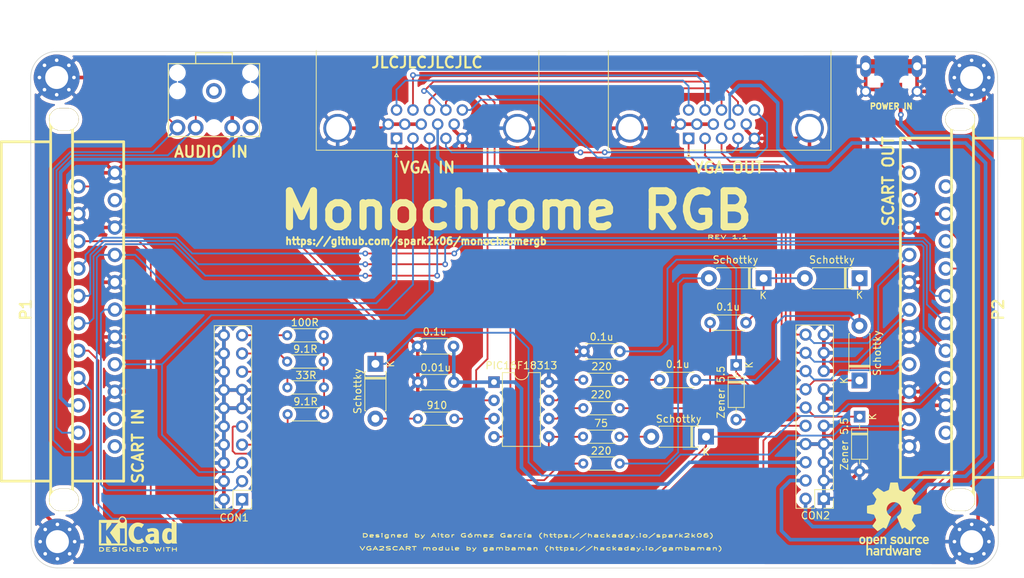
<source format=kicad_pcb>
(kicad_pcb (version 20171130) (host pcbnew "(5.1.4)-1")
  (layers (0 F.Cu signal) (31 B.Cu signal) (34 B.Paste user) (35 F.Paste user) (36 B.SilkS user) (37 F.SilkS user) (38 B.Mask user) (39 F.Mask user) (44 Edge.Cuts user))
  (net 0 "")
  (net 1 /GND)
  (net 2 "Net-(C3-Pad2)")
  (net 3 "Net-(C3-Pad1)")
  (net 4 "Net-(C4-Pad2)")
  (net 5 "Net-(C4-Pad1)")
  (net 6 /4_3)
  (net 7 "Net-(DS1-Pad2)")
  (net 8 /16_9)
  (net 9 /ID3)
  (net 10 /VSYNC)
  (net 11 /HSYNC)
  (net 12 /ID1)
  (net 13 /ID0)
  (net 14 /VGA_5V)
  (net 15 /ID2)
  (net 16 /B_IN)
  (net 17 /G_IN)
  (net 18 /R_IN)
  (net 19 /B_OUT)
  (net 20 /G_OUT)
  (net 21 /R_OUT)
  (net 22 /AUDIO_GND)
  (net 23 /AUDIO_R)
  (net 24 /AUDIO_L)
  (net 25 /B_L)
  (net 26 /G_L)
  (net 27 /R_L)
  (net 28 /LUMA)
  (net 29 /USB_5V)
  (net 30 /5V)
  (net 31 /ASPECT)
  (net 32 /CSYNC)
  (net 33 /SCART_16)
  (net 34 /SCART_14)
  (net 35 /SCART_12)
  (net 36 /SCART_10)
  (net 37 "Net-(PIC1-Pad7)")
  (net 38 "Net-(PIC1-Pad3)")
  (net 39 "Net-(PIC1-Pad6)")
  (net 40 /RA2)
  (net 41 "Net-(DS4-Pad2)")
  (net 42 "Net-(DS5-Pad2)")
  (net 43 "Net-(R1-Pad1)")
  (net 44 "Net-(P1-Pad19)")
  (net 45 "Net-(P1-Pad3)")
  (net 46 "Net-(P1-Pad1)")
  (net 47 "Net-(P2-Pad20)")
  (net 48 "Net-(P2-Pad6)")
  (net 49 "Net-(P2-Pad2)")
  (net 50 "Net-(USB1-Pad3)")
  (net 51 "Net-(USB1-Pad2)")
  (net 52 "Net-(USB1-Pad4)")
  (module extra_components:MICRO_USB_4_LEGS (layer F.Cu) (at 197.47738 60.2615 270)
    (fp_text reference USB1 hide)
    (fp_text value "POWER IN" (at 5.0038 3.0988 180) (layer F.SilkS) (effects (font (size 0.8 0.8) (thickness 0.2)) (justify left top)))
    (pad 3 smd rect (at 3.125 0) (size 0.4 1.85) (layers F.Cu F.Paste F.Mask) (net 50 "Net-(USB1-Pad3)"))
    (pad 2 smd rect (at 3.125 -0.65) (size 0.4 1.85) (layers F.Cu F.Paste F.Mask) (net 51 "Net-(USB1-Pad2)"))
    (pad 5 smd rect (at 3.125 1.3) (size 0.4 1.85) (layers F.Cu F.Paste F.Mask) (net 1 /GND))
    (pad 4 smd rect (at 3.125 0.65) (size 0.4 1.85) (layers F.Cu F.Paste F.Mask) (net 52 "Net-(USB1-Pad4)"))
    (pad 5 thru_hole oval (at -0.1 -3.575 270) (size 3 1.5) (drill 1.1) (layers *.Cu *.Mask) (net 1 /GND))
    (pad 5 thru_hole oval (at -0.1 3.575 270) (size 3 1.5) (drill 1.1) (layers *.Cu *.Mask) (net 1 /GND))
    (pad 5 thru_hole circle (at 3.4 -3.575 90) (size 1.5 1.5) (drill 1) (layers *.Cu *.Mask) (net 1 /GND))
    (pad 5 smd rect (at -0.1 0) (size 6 2) (layers F.Cu F.Paste F.Mask) (net 1 /GND))
    (pad 5 thru_hole circle (at 3.4 3.575 90) (size 1.5 1.5) (drill 1) (layers *.Cu *.Mask) (net 1 /GND))
    (pad 1 smd rect (at 3.125 -1.3) (size 0.4 1.85) (layers F.Cu F.Paste F.Mask) (net 29 /USB_5V))
    (pad "" np_thru_hole circle (at 2.1 -2 270) (size 0.8 0.8) (drill 0.8) (layers *.Cu))
    (pad "" np_thru_hole circle (at 2.1 2 270) (size 0.8 0.8) (drill 0.8) (layers *.Cu))
  )
  (module extra_components:SCART (layer F.Cu) (at 207.24368 94.0435 90)
    (fp_text reference P2 (at 0 5.10032 -90) (layer F.SilkS) (effects (font (size 1.524 1.524) (thickness 0.3048))))
    (fp_text value "SCART OUT" (at 17.87906 -10.20064 90) (layer F.SilkS) (effects (font (size 1.524 1.524) (thickness 0.3048))))
    (pad "" np_thru_hole oval (at -26.49982 -0.20066 90) (size 3.1 4.1) (drill oval 3 4) (layers *.Cu *.Mask F.SilkS))
    (pad "" np_thru_hole oval (at 26.49982 -0.20066 90) (size 3.1 4.1) (drill oval 3 4) (layers *.Cu *.Mask F.SilkS))
    (pad 21 thru_hole circle (at -19.05 -7.27964 90) (size 1.99898 1.99898) (drill 1.19888) (layers *.Cu *.Mask) (net 1 /GND))
    (pad 20 thru_hole circle (at -17.145 -2.19964 90) (size 1.99898 1.99898) (drill 1.19888) (layers *.Cu *.Mask) (net 47 "Net-(P2-Pad20)"))
    (pad 19 thru_hole circle (at -15.24 -7.27964 90) (size 1.99898 1.99898) (drill 1.19888) (layers *.Cu *.Mask) (net 32 /CSYNC))
    (pad 18 thru_hole circle (at -13.335 -2.19964 90) (size 1.99898 1.99898) (drill 1.19888) (layers *.Cu *.Mask) (net 1 /GND))
    (pad 17 thru_hole circle (at -11.43 -7.27964 90) (size 1.99898 1.99898) (drill 1.19888) (layers *.Cu *.Mask) (net 1 /GND))
    (pad 16 thru_hole circle (at -9.525 -2.19964 90) (size 1.99898 1.99898) (drill 1.19888) (layers *.Cu *.Mask) (net 33 /SCART_16))
    (pad 15 thru_hole circle (at -7.62 -7.27964 90) (size 1.99898 1.99898) (drill 1.19888) (layers *.Cu *.Mask) (net 21 /R_OUT))
    (pad 14 thru_hole circle (at -5.715 -2.19964 90) (size 1.99898 1.99898) (drill 1.19888) (layers *.Cu *.Mask) (net 34 /SCART_14))
    (pad 13 thru_hole circle (at -3.81 -7.27964 90) (size 1.99898 1.99898) (drill 1.19888) (layers *.Cu *.Mask) (net 1 /GND))
    (pad 12 thru_hole circle (at -1.905 -2.19964 90) (size 1.99898 1.99898) (drill 1.19888) (layers *.Cu *.Mask) (net 35 /SCART_12))
    (pad 11 thru_hole circle (at 0 -7.27964 90) (size 1.99898 1.99898) (drill 1.19888) (layers *.Cu *.Mask) (net 20 /G_OUT))
    (pad 10 thru_hole circle (at 1.905 -2.19964 90) (size 1.99898 1.99898) (drill 1.19888) (layers *.Cu *.Mask) (net 36 /SCART_10))
    (pad 9 thru_hole circle (at 3.81 -7.27964 90) (size 1.99898 1.99898) (drill 1.19888) (layers *.Cu *.Mask) (net 1 /GND))
    (pad 8 thru_hole circle (at 5.715 -2.19964 90) (size 1.99898 1.99898) (drill 1.19888) (layers *.Cu *.Mask) (net 31 /ASPECT))
    (pad 7 thru_hole circle (at 7.62 -7.27964 90) (size 1.99898 1.99898) (drill 1.19888) (layers *.Cu *.Mask) (net 19 /B_OUT))
    (pad 6 thru_hole circle (at 9.525 -2.19964 90) (size 1.99898 1.99898) (drill 1.19888) (layers *.Cu *.Mask) (net 48 "Net-(P2-Pad6)"))
    (pad 5 thru_hole circle (at 11.43 -7.27964 90) (size 1.99898 1.99898) (drill 1.19888) (layers *.Cu *.Mask) (net 1 /GND))
    (pad 4 thru_hole circle (at 13.335 -2.19964 90) (size 1.99898 1.99898) (drill 1.19888) (layers *.Cu *.Mask) (net 22 /AUDIO_GND))
    (pad 3 thru_hole circle (at 15.24 -7.27964 90) (size 1.99898 1.99898) (drill 1.19888) (layers *.Cu *.Mask) (net 24 /AUDIO_L))
    (pad 2 thru_hole circle (at 17.145 -2.19964 90) (size 1.99898 1.99898) (drill 1.19888) (layers *.Cu *.Mask) (net 49 "Net-(P2-Pad2)"))
    (pad 1 thru_hole circle (at 19.05 -7.27964 90) (size 1.99898 1.99898) (drill 1.19888) (layers *.Cu *.Mask) (net 23 /AUDIO_R))
  )
  (module extra_components:SCART (layer F.Cu) (at 82.16138 94.0435 270)
    (fp_text reference P1 (at 0 5.10032 270) (layer F.SilkS) (effects (font (size 1.524 1.524) (thickness 0.3048))))
    (fp_text value "SCART IN" (at 18.9865 -10.4902 270) (layer F.SilkS) (effects (font (size 1.524 1.524) (thickness 0.3048))))
    (pad "" np_thru_hole oval (at -26.49982 -0.20066 270) (size 3.1 4.1) (drill oval 3 4) (layers *.Cu *.Mask F.SilkS))
    (pad "" np_thru_hole oval (at 26.49982 -0.20066 270) (size 3.1 4.1) (drill oval 3 4) (layers *.Cu *.Mask F.SilkS))
    (pad 21 thru_hole circle (at -19.05 -7.27964 270) (size 1.99898 1.99898) (drill 1.19888) (layers *.Cu *.Mask) (net 1 /GND))
    (pad 20 thru_hole circle (at -17.145 -2.19964 270) (size 1.99898 1.99898) (drill 1.19888) (layers *.Cu *.Mask) (net 32 /CSYNC))
    (pad 19 thru_hole circle (at -15.24 -7.27964 270) (size 1.99898 1.99898) (drill 1.19888) (layers *.Cu *.Mask) (net 44 "Net-(P1-Pad19)"))
    (pad 18 thru_hole circle (at -13.335 -2.19964 270) (size 1.99898 1.99898) (drill 1.19888) (layers *.Cu *.Mask) (net 1 /GND))
    (pad 17 thru_hole circle (at -11.43 -7.27964 270) (size 1.99898 1.99898) (drill 1.19888) (layers *.Cu *.Mask) (net 1 /GND))
    (pad 16 thru_hole circle (at -9.525 -2.19964 270) (size 1.99898 1.99898) (drill 1.19888) (layers *.Cu *.Mask) (net 33 /SCART_16))
    (pad 15 thru_hole circle (at -7.62 -7.27964 270) (size 1.99898 1.99898) (drill 1.19888) (layers *.Cu *.Mask) (net 18 /R_IN))
    (pad 14 thru_hole circle (at -5.715 -2.19964 270) (size 1.99898 1.99898) (drill 1.19888) (layers *.Cu *.Mask) (net 34 /SCART_14))
    (pad 13 thru_hole circle (at -3.81 -7.27964 270) (size 1.99898 1.99898) (drill 1.19888) (layers *.Cu *.Mask) (net 1 /GND))
    (pad 12 thru_hole circle (at -1.905 -2.19964 270) (size 1.99898 1.99898) (drill 1.19888) (layers *.Cu *.Mask) (net 35 /SCART_12))
    (pad 11 thru_hole circle (at 0 -7.27964 270) (size 1.99898 1.99898) (drill 1.19888) (layers *.Cu *.Mask) (net 17 /G_IN))
    (pad 10 thru_hole circle (at 1.905 -2.19964 270) (size 1.99898 1.99898) (drill 1.19888) (layers *.Cu *.Mask) (net 36 /SCART_10))
    (pad 9 thru_hole circle (at 3.81 -7.27964 270) (size 1.99898 1.99898) (drill 1.19888) (layers *.Cu *.Mask) (net 1 /GND))
    (pad 8 thru_hole circle (at 5.715 -2.19964 270) (size 1.99898 1.99898) (drill 1.19888) (layers *.Cu *.Mask) (net 31 /ASPECT))
    (pad 7 thru_hole circle (at 7.62 -7.27964 270) (size 1.99898 1.99898) (drill 1.19888) (layers *.Cu *.Mask) (net 16 /B_IN))
    (pad 6 thru_hole circle (at 9.525 -2.19964 270) (size 1.99898 1.99898) (drill 1.19888) (layers *.Cu *.Mask) (net 24 /AUDIO_L))
    (pad 5 thru_hole circle (at 11.43 -7.27964 270) (size 1.99898 1.99898) (drill 1.19888) (layers *.Cu *.Mask) (net 1 /GND))
    (pad 4 thru_hole circle (at 13.335 -2.19964 270) (size 1.99898 1.99898) (drill 1.19888) (layers *.Cu *.Mask) (net 22 /AUDIO_GND))
    (pad 3 thru_hole circle (at 15.24 -7.27964 270) (size 1.99898 1.99898) (drill 1.19888) (layers *.Cu *.Mask) (net 45 "Net-(P1-Pad3)"))
    (pad 2 thru_hole circle (at 17.145 -2.19964 270) (size 1.99898 1.99898) (drill 1.19888) (layers *.Cu *.Mask) (net 23 /AUDIO_R))
    (pad 1 thru_hole circle (at 19.05 -7.27964 270) (size 1.99898 1.99898) (drill 1.19888) (layers *.Cu *.Mask) (net 46 "Net-(P1-Pad1)"))
  )
  (module extra_components:SJ1-3523N-MvK (layer F.Cu) (at 100.69068 63.6016 270)
    (fp_text reference J3 hide)
    (fp_text value "AUDIO IN" (at 8.4709 -2.1463 180) (layer F.SilkS) (effects (font (size 1.524 1.524) (thickness 0.3048))))
    (pad 4 thru_hole circle (at 5.08 -7.62 270) (size 2.1844 2.1844) (drill 1.2954) (layers *.Cu *.Mask))
    (pad 3 thru_hole circle (at 5.08 -5.08 270) (size 2.1844 2.1844) (drill 1.2954) (layers *.Cu *.Mask) (net 22 /AUDIO_GND))
    (pad "" np_thru_hole circle (at 5.08 -2.54 270) (size 1.2954 1.2954) (drill 1.2954) (layers *.Cu))
    (pad 2 thru_hole circle (at 5.08 0 270) (size 2.1844 2.1844) (drill 1.2954) (layers *.Cu *.Mask) (net 23 /AUDIO_R))
    (pad 1 thru_hole circle (at 5.08 2.54 270) (size 2.1844 2.1844) (drill 1.2954) (layers *.Cu *.Mask) (net 24 /AUDIO_L))
    (pad 5 thru_hole circle (at 0 -2.54 270) (size 2.1844 2.1844) (drill 1.2954) (layers *.Cu *.Mask))
    (pad "" np_thru_hole circle (at 0 -7.62 270) (size 1.2954 1.2954) (drill 1.2954) (layers *.Cu))
    (pad "" np_thru_hole circle (at -2.54 -7.62 270) (size 1.2954 1.2954) (drill 1.2954) (layers *.Cu))
    (pad "" np_thru_hole circle (at 0 2.54 270) (size 1.2954 1.2954) (drill 1.2954) (layers *.Cu))
    (pad "" np_thru_hole circle (at -2.54 2.54 270) (size 1.2954 1.2954) (drill 1.2954) (layers *.Cu))
  )
  (module w_conn_av:osh-logo (layer F.Cu) (at 197.84568 123.20524)
    (fp_text reference G*** hide)
    (fp_text value LOGO hide)
  )
  (module w_conn_av:KiCad-Logo_11mmx5mm (layer F.Cu) (at 92.66428 124.85624)
    (fp_text reference G***)
    (fp_text value "KiCad Logo" hide)
    (fp_text user "DESIGNED WITH" (at 0 2.6) (layer F.SilkS) (effects (font (size 0.5 0.97) (thickness 0.125))))
  )
  (module Resistor_THT:R_Axial_DIN0204_L3.6mm_D1.6mm_P5.08mm_Horizontal (layer F.Cu) (at 113.47958 108.6231)
    (fp_text reference R13 hide)
    (fp_text value 9.1R (at 2.5019 -1.778) (layer F.SilkS))
    (pad 2 thru_hole oval (at 5.08 0) (size 1.4 1.4) (drill 0.7) (layers *.Cu *.Mask) (net 43 "Net-(R1-Pad1)"))
    (pad 1 thru_hole circle (at 0 0) (size 1.4 1.4) (drill 0.7) (layers *.Cu *.Mask) (net 28 /LUMA))
  )
  (module Diode_THT:D_DO-41_SOD81_P7.62mm_Horizontal (layer F.Cu) (at 171.69384 111.73968 180)
    (fp_text reference DS5 hide)
    (fp_text value Schottky (at 3.81 2.47) (layer F.SilkS))
    (fp_text user K (at 0 -2.1) (layer F.SilkS))
    (pad 2 thru_hole oval (at 7.62 0 180) (size 2.2 2.2) (drill 1.1) (layers *.Cu *.Mask) (net 42 "Net-(DS5-Pad2)"))
    (pad 1 thru_hole rect (at 0 0 180) (size 2.2 2.2) (drill 1.1) (layers *.Cu *.Mask) (net 33 /SCART_16))
  )
  (module Diode_THT:D_DO-41_SOD81_P7.62mm_Horizontal (layer F.Cu) (at 125.68936 101.6 270)
    (fp_text reference DS4 hide)
    (fp_text value Schottky (at 3.81 2.47 90) (layer F.SilkS))
    (fp_text user K (at 0 -2.1 90) (layer F.SilkS))
    (pad 2 thru_hole oval (at 7.62 0 270) (size 2.2 2.2) (drill 1.1) (layers *.Cu *.Mask) (net 41 "Net-(DS4-Pad2)"))
    (pad 1 thru_hole rect (at 0 0 270) (size 2.2 2.2) (drill 1.1) (layers *.Cu *.Mask) (net 32 /CSYNC))
  )
  (module Capacitor_THT:C_Disc_D4.3mm_W1.9mm_P5.00mm (layer F.Cu) (at 159.70504 99.85756 180)
    (fp_text reference C5 hide)
    (fp_text value 0.1u (at 2.54508 2.01168) (layer F.SilkS))
    (pad 2 thru_hole circle (at 5 0 180) (size 1.6 1.6) (drill 0.8) (layers *.Cu *.Mask) (net 1 /GND))
    (pad 1 thru_hole circle (at 0 0 180) (size 1.6 1.6) (drill 0.8) (layers *.Cu *.Mask) (net 6 /4_3))
  )
  (module Capacitor_THT:C_Disc_D4.3mm_W1.9mm_P5.00mm (layer F.Cu) (at 170.24096 103.84536 180)
    (fp_text reference C4 hide)
    (fp_text value 0.1u (at 2.5 2.2) (layer F.SilkS))
    (pad 2 thru_hole circle (at 5 0 180) (size 1.6 1.6) (drill 0.8) (layers *.Cu *.Mask) (net 4 "Net-(C4-Pad2)"))
    (pad 1 thru_hole circle (at 0 0 180) (size 1.6 1.6) (drill 0.8) (layers *.Cu *.Mask) (net 5 "Net-(C4-Pad1)"))
  )
  (module Capacitor_THT:C_Disc_D4.3mm_W1.9mm_P5.00mm (layer F.Cu) (at 177.25644 95.86468 180)
    (fp_text reference C3 hide)
    (fp_text value 0.1u (at 2.5 2.2) (layer F.SilkS))
    (pad 2 thru_hole circle (at 5 0 180) (size 1.6 1.6) (drill 0.8) (layers *.Cu *.Mask) (net 2 "Net-(C3-Pad2)"))
    (pad 1 thru_hole circle (at 0 0 180) (size 1.6 1.6) (drill 0.8) (layers *.Cu *.Mask) (net 3 "Net-(C3-Pad1)"))
  )
  (module Capacitor_THT:C_Disc_D4.3mm_W1.9mm_P5.00mm (layer F.Cu) (at 131.5974 104.14508)
    (fp_text reference C2 hide)
    (fp_text value 0.01u (at 2.49428 -2.02184) (layer F.SilkS))
    (pad 2 thru_hole circle (at 5 0) (size 1.6 1.6) (drill 0.8) (layers *.Cu *.Mask) (net 30 /5V))
    (pad 1 thru_hole circle (at 0 0) (size 1.6 1.6) (drill 0.8) (layers *.Cu *.Mask) (net 1 /GND))
  )
  (module Capacitor_THT:C_Disc_D4.3mm_W1.9mm_P5.00mm (layer F.Cu) (at 131.56184 99.1616)
    (fp_text reference C1 hide)
    (fp_text value 0.1u (at 2.37236 -2.04724) (layer F.SilkS))
    (pad 2 thru_hole circle (at 5 0) (size 1.6 1.6) (drill 0.8) (layers *.Cu *.Mask) (net 30 /5V))
    (pad 1 thru_hole circle (at 0 0) (size 1.6 1.6) (drill 0.8) (layers *.Cu *.Mask) (net 1 /GND))
  )
  (module Connector_PinHeader_2.54mm:PinHeader_2x10_P2.54mm_Vertical (layer F.Cu) (at 188.07938 120.3833 180)
    (fp_text reference J6 hide)
    (fp_text value CON2 (at 1.1684 -2.3368) (layer F.SilkS))
    (pad 20 thru_hole oval (at 2.54 22.86 180) (size 1.7 1.7) (drill 1) (layers *.Cu *.Mask) (net 19 /B_OUT))
    (pad 19 thru_hole oval (at 0 22.86 180) (size 1.7 1.7) (drill 1) (layers *.Cu *.Mask) (net 1 /GND))
    (pad 18 thru_hole oval (at 2.54 20.32 180) (size 1.7 1.7) (drill 1) (layers *.Cu *.Mask) (net 20 /G_OUT))
    (pad 17 thru_hole oval (at 0 20.32 180) (size 1.7 1.7) (drill 1) (layers *.Cu *.Mask) (net 1 /GND))
    (pad 16 thru_hole oval (at 2.54 17.78 180) (size 1.7 1.7) (drill 1) (layers *.Cu *.Mask) (net 21 /R_OUT))
    (pad 15 thru_hole oval (at 0 17.78 180) (size 1.7 1.7) (drill 1) (layers *.Cu *.Mask) (net 1 /GND))
    (pad 14 thru_hole oval (at 2.54 15.24 180) (size 1.7 1.7) (drill 1) (layers *.Cu *.Mask) (net 6 /4_3))
    (pad 13 thru_hole oval (at 0 15.24 180) (size 1.7 1.7) (drill 1) (layers *.Cu *.Mask) (net 1 /GND))
    (pad 12 thru_hole oval (at 2.54 12.7 180) (size 1.7 1.7) (drill 1) (layers *.Cu *.Mask) (net 8 /16_9))
    (pad 11 thru_hole oval (at 0 12.7 180) (size 1.7 1.7) (drill 1) (layers *.Cu *.Mask) (net 1 /GND))
    (pad 10 thru_hole oval (at 2.54 10.16 180) (size 1.7 1.7) (drill 1) (layers *.Cu *.Mask) (net 31 /ASPECT))
    (pad 9 thru_hole oval (at 0 10.16 180) (size 1.7 1.7) (drill 1) (layers *.Cu *.Mask) (net 1 /GND))
    (pad 8 thru_hole oval (at 2.54 7.62 180) (size 1.7 1.7) (drill 1) (layers *.Cu *.Mask) (net 1 /GND))
    (pad 7 thru_hole oval (at 0 7.62 180) (size 1.7 1.7) (drill 1) (layers *.Cu *.Mask) (net 1 /GND))
    (pad 6 thru_hole oval (at 2.54 5.08 180) (size 1.7 1.7) (drill 1) (layers *.Cu *.Mask) (net 30 /5V))
    (pad 5 thru_hole oval (at 0 5.08 180) (size 1.7 1.7) (drill 1) (layers *.Cu *.Mask) (net 1 /GND))
    (pad 4 thru_hole oval (at 2.54 2.54 180) (size 1.7 1.7) (drill 1) (layers *.Cu *.Mask) (net 29 /USB_5V))
    (pad 3 thru_hole oval (at 0 2.54 180) (size 1.7 1.7) (drill 1) (layers *.Cu *.Mask) (net 1 /GND))
    (pad 2 thru_hole oval (at 2.54 0 180) (size 1.7 1.7) (drill 1) (layers *.Cu *.Mask) (net 14 /VGA_5V))
    (pad 1 thru_hole rect (at 0 0 180) (size 1.7 1.7) (drill 1) (layers *.Cu *.Mask) (net 1 /GND))
  )
  (module Resistor_THT:R_Axial_DIN0204_L3.6mm_D1.6mm_P5.08mm_Horizontal (layer F.Cu) (at 154.57932 111.73968)
    (fp_text reference R20 hide)
    (fp_text value 75 (at 2.5146 -1.86944) (layer F.SilkS))
    (pad 2 thru_hole oval (at 5.08 0) (size 1.4 1.4) (drill 0.7) (layers *.Cu *.Mask) (net 42 "Net-(DS5-Pad2)"))
    (pad 1 thru_hole circle (at 0 0) (size 1.4 1.4) (drill 0.7) (layers *.Cu *.Mask) (net 40 /RA2))
  )
  (module Resistor_THT:R_Axial_DIN0204_L3.6mm_D1.6mm_P5.08mm_Horizontal (layer F.Cu) (at 154.60472 115.47856)
    (fp_text reference R19 hide)
    (fp_text value 220 (at 2.5019 -1.77038) (layer F.SilkS))
    (pad 2 thru_hole oval (at 5.08 0) (size 1.4 1.4) (drill 0.7) (layers *.Cu *.Mask) (net 7 "Net-(DS1-Pad2)"))
    (pad 1 thru_hole circle (at 0 0) (size 1.4 1.4) (drill 0.7) (layers *.Cu *.Mask) (net 40 /RA2))
  )
  (module Resistor_THT:R_Axial_DIN0204_L3.6mm_D1.6mm_P5.08mm_Horizontal (layer F.Cu) (at 154.61742 107.7722)
    (fp_text reference R18 hide)
    (fp_text value 220 (at 2.4765 -1.88976) (layer F.SilkS))
    (pad 2 thru_hole oval (at 5.08 0) (size 1.4 1.4) (drill 0.7) (layers *.Cu *.Mask) (net 2 "Net-(C3-Pad2)"))
    (pad 1 thru_hole circle (at 0 0) (size 1.4 1.4) (drill 0.7) (layers *.Cu *.Mask) (net 39 "Net-(PIC1-Pad6)"))
  )
  (module Resistor_THT:R_Axial_DIN0204_L3.6mm_D1.6mm_P5.08mm_Horizontal (layer F.Cu) (at 154.60472 103.8225)
    (fp_text reference R17 hide)
    (fp_text value 220 (at 2.57048 -1.85674) (layer F.SilkS))
    (pad 2 thru_hole oval (at 5.08 0) (size 1.4 1.4) (drill 0.7) (layers *.Cu *.Mask) (net 4 "Net-(C4-Pad2)"))
    (pad 1 thru_hole circle (at 0 0) (size 1.4 1.4) (drill 0.7) (layers *.Cu *.Mask) (net 37 "Net-(PIC1-Pad7)"))
  )
  (module Resistor_THT:R_Axial_DIN0204_L3.6mm_D1.6mm_P5.08mm_Horizontal (layer F.Cu) (at 131.5974 109.23016)
    (fp_text reference R16 hide)
    (fp_text value 910 (at 2.64668 -1.86436) (layer F.SilkS))
    (pad 2 thru_hole oval (at 5.08 0) (size 1.4 1.4) (drill 0.7) (layers *.Cu *.Mask) (net 38 "Net-(PIC1-Pad3)"))
    (pad 1 thru_hole circle (at 0 0) (size 1.4 1.4) (drill 0.7) (layers *.Cu *.Mask) (net 41 "Net-(DS4-Pad2)"))
  )
  (module Resistor_THT:R_Axial_DIN0204_L3.6mm_D1.6mm_P5.08mm_Horizontal (layer F.Cu) (at 118.50624 97.62236 180)
    (fp_text reference R3 hide)
    (fp_text value 100R (at 2.63652 1.78308) (layer F.SilkS))
    (pad 2 thru_hole oval (at 5.08 0 180) (size 1.4 1.4) (drill 0.7) (layers *.Cu *.Mask) (net 25 /B_L))
    (pad 1 thru_hole circle (at 0 0 180) (size 1.4 1.4) (drill 0.7) (layers *.Cu *.Mask) (net 43 "Net-(R1-Pad1)"))
  )
  (module Resistor_THT:R_Axial_DIN0204_L3.6mm_D1.6mm_P5.08mm_Horizontal (layer F.Cu) (at 118.49608 101.2698 180)
    (fp_text reference R2 hide)
    (fp_text value 9.1R (at 2.55016 1.73736) (layer F.SilkS))
    (pad 2 thru_hole oval (at 5.08 0 180) (size 1.4 1.4) (drill 0.7) (layers *.Cu *.Mask) (net 26 /G_L))
    (pad 1 thru_hole circle (at 0 0 180) (size 1.4 1.4) (drill 0.7) (layers *.Cu *.Mask) (net 43 "Net-(R1-Pad1)"))
  )
  (module Resistor_THT:R_Axial_DIN0204_L3.6mm_D1.6mm_P5.08mm_Horizontal (layer F.Cu) (at 118.52656 104.8766 180)
    (fp_text reference R1 hide)
    (fp_text value 33R (at 2.49936 1.68148) (layer F.SilkS))
    (pad 2 thru_hole oval (at 5.08 0 180) (size 1.4 1.4) (drill 0.7) (layers *.Cu *.Mask) (net 27 /R_L))
    (pad 1 thru_hole circle (at 0 0 180) (size 1.4 1.4) (drill 0.7) (layers *.Cu *.Mask) (net 43 "Net-(R1-Pad1)"))
  )
  (module Package_DIP:DIP-8_W7.62mm (layer F.Cu) (at 142.19428 104.14)
    (fp_text reference PIC1 hide)
    (fp_text value PIC16F18313 (at 3.80492 -2.30632) (layer F.SilkS))
    (pad 8 thru_hole oval (at 7.62 0) (size 1.6 1.6) (drill 0.8) (layers *.Cu *.Mask) (net 1 /GND))
    (pad 4 thru_hole oval (at 0 7.62) (size 1.6 1.6) (drill 0.8) (layers *.Cu *.Mask) (net 11 /HSYNC))
    (pad 7 thru_hole oval (at 7.62 2.54) (size 1.6 1.6) (drill 0.8) (layers *.Cu *.Mask) (net 37 "Net-(PIC1-Pad7)"))
    (pad 3 thru_hole oval (at 0 5.08) (size 1.6 1.6) (drill 0.8) (layers *.Cu *.Mask) (net 38 "Net-(PIC1-Pad3)"))
    (pad 6 thru_hole oval (at 7.62 5.08) (size 1.6 1.6) (drill 0.8) (layers *.Cu *.Mask) (net 39 "Net-(PIC1-Pad6)"))
    (pad 2 thru_hole oval (at 0 2.54) (size 1.6 1.6) (drill 0.8) (layers *.Cu *.Mask) (net 10 /VSYNC))
    (pad 5 thru_hole oval (at 7.62 7.62) (size 1.6 1.6) (drill 0.8) (layers *.Cu *.Mask) (net 40 /RA2))
    (pad 1 thru_hole rect (at 0 0) (size 1.6 1.6) (drill 0.8) (layers *.Cu *.Mask) (net 30 /5V))
  )
  (module Diode_THT:D_DO-35_SOD27_P7.62mm_Horizontal (layer F.Cu) (at 193.05778 108.9533 270)
    (fp_text reference DZ2 hide)
    (fp_text value "Zener 5.5" (at 3.81 2.12 90) (layer F.SilkS))
    (fp_text user K (at 0 -1.8 90) (layer F.SilkS))
    (pad 2 thru_hole oval (at 7.62 0 270) (size 1.6 1.6) (drill 0.8) (layers *.Cu *.Mask) (net 1 /GND))
    (pad 1 thru_hole rect (at 0 0 270) (size 1.6 1.6) (drill 0.8) (layers *.Cu *.Mask) (net 8 /16_9))
  )
  (module Diode_THT:D_DO-35_SOD27_P7.62mm_Horizontal (layer F.Cu) (at 175.88738 101.7397 270)
    (fp_text reference DZ1 hide)
    (fp_text value "Zener 5.5" (at 3.81 2.12 90) (layer F.SilkS))
    (fp_text user K (at 0 -1.8 90) (layer F.SilkS))
    (pad 2 thru_hole oval (at 7.62 0 270) (size 1.6 1.6) (drill 0.8) (layers *.Cu *.Mask) (net 8 /16_9))
    (pad 1 thru_hole rect (at 0 0 270) (size 1.6 1.6) (drill 0.8) (layers *.Cu *.Mask) (net 6 /4_3))
  )
  (module Diode_THT:D_DO-41_SOD81_P7.62mm_Horizontal (layer F.Cu) (at 193.03238 103.9114 90)
    (fp_text reference DS3 hide)
    (fp_text value Schottky (at 3.81 2.47 90) (layer F.SilkS))
    (fp_text user K (at 0 -2.1 90) (layer F.SilkS))
    (pad 2 thru_hole oval (at 7.62 0 90) (size 2.2 2.2) (drill 1.1) (layers *.Cu *.Mask) (net 5 "Net-(C4-Pad1)"))
    (pad 1 thru_hole rect (at 0 0 90) (size 2.2 2.2) (drill 1.1) (layers *.Cu *.Mask) (net 6 /4_3))
  )
  (module Diode_THT:D_DO-41_SOD81_P7.62mm_Horizontal (layer F.Cu) (at 193.05778 89.6747 180)
    (fp_text reference DS2 hide)
    (fp_text value Schottky (at 3.85826 2.56794) (layer F.SilkS))
    (fp_text user K (at 0.0127 -2.3495) (layer F.SilkS))
    (pad 2 thru_hole oval (at 7.62 0 180) (size 2.2 2.2) (drill 1.1) (layers *.Cu *.Mask) (net 3 "Net-(C3-Pad1)"))
    (pad 1 thru_hole rect (at 0 0 180) (size 2.2 2.2) (drill 1.1) (layers *.Cu *.Mask) (net 5 "Net-(C4-Pad1)"))
  )
  (module Diode_THT:D_DO-41_SOD81_P7.62mm_Horizontal (layer F.Cu) (at 179.705 89.68232 180)
    (fp_text reference DS1 hide)
    (fp_text value Schottky (at 3.91668 2.57556) (layer F.SilkS))
    (fp_text user K (at 0.07112 -2.3876) (layer F.SilkS))
    (pad 2 thru_hole oval (at 7.62 0 180) (size 2.2 2.2) (drill 1.1) (layers *.Cu *.Mask) (net 7 "Net-(DS1-Pad2)"))
    (pad 1 thru_hole rect (at 0 0 180) (size 2.2 2.2) (drill 1.1) (layers *.Cu *.Mask) (net 3 "Net-(C3-Pad1)"))
  )
  (module Connector_PinHeader_2.54mm:PinHeader_2x10_P2.54mm_Vertical (layer F.Cu) (at 107.14228 120.4722 180)
    (fp_text reference J4 hide)
    (fp_text value CON1 (at 1.1049 -2.5527) (layer F.SilkS))
    (pad 1 thru_hole rect (at 0 0 180) (size 1.7 1.7) (drill 1) (layers *.Cu *.Mask) (net 18 /R_IN))
    (pad 2 thru_hole oval (at 2.54 0 180) (size 1.7 1.7) (drill 1) (layers *.Cu *.Mask) (net 1 /GND))
    (pad 3 thru_hole oval (at 0 2.54 180) (size 1.7 1.7) (drill 1) (layers *.Cu *.Mask) (net 17 /G_IN))
    (pad 4 thru_hole oval (at 2.54 2.54 180) (size 1.7 1.7) (drill 1) (layers *.Cu *.Mask) (net 1 /GND))
    (pad 5 thru_hole oval (at 0 5.08 180) (size 1.7 1.7) (drill 1) (layers *.Cu *.Mask) (net 16 /B_IN))
    (pad 6 thru_hole oval (at 2.54 5.08 180) (size 1.7 1.7) (drill 1) (layers *.Cu *.Mask) (net 1 /GND))
    (pad 7 thru_hole oval (at 0 7.62 180) (size 1.7 1.7) (drill 1) (layers *.Cu *.Mask) (net 28 /LUMA))
    (pad 8 thru_hole oval (at 2.54 7.62 180) (size 1.7 1.7) (drill 1) (layers *.Cu *.Mask) (net 1 /GND))
    (pad 9 thru_hole oval (at 0 10.16 180) (size 1.7 1.7) (drill 1) (layers *.Cu *.Mask) (net 40 /RA2))
    (pad 10 thru_hole oval (at 2.54 10.16 180) (size 1.7 1.7) (drill 1) (layers *.Cu *.Mask) (net 1 /GND))
    (pad 11 thru_hole oval (at 0 12.7 180) (size 1.7 1.7) (drill 1) (layers *.Cu *.Mask) (net 1 /GND))
    (pad 12 thru_hole oval (at 2.54 12.7 180) (size 1.7 1.7) (drill 1) (layers *.Cu *.Mask) (net 1 /GND))
    (pad 13 thru_hole oval (at 0 15.24 180) (size 1.7 1.7) (drill 1) (layers *.Cu *.Mask) (net 1 /GND))
    (pad 14 thru_hole oval (at 2.54 15.24 180) (size 1.7 1.7) (drill 1) (layers *.Cu *.Mask) (net 1 /GND))
    (pad 15 thru_hole oval (at 0 17.78 180) (size 1.7 1.7) (drill 1) (layers *.Cu *.Mask) (net 27 /R_L))
    (pad 16 thru_hole oval (at 2.54 17.78 180) (size 1.7 1.7) (drill 1) (layers *.Cu *.Mask) (net 1 /GND))
    (pad 17 thru_hole oval (at 0 20.32 180) (size 1.7 1.7) (drill 1) (layers *.Cu *.Mask) (net 26 /G_L))
    (pad 18 thru_hole oval (at 2.54 20.32 180) (size 1.7 1.7) (drill 1) (layers *.Cu *.Mask) (net 1 /GND))
    (pad 19 thru_hole oval (at 0 22.86 180) (size 1.7 1.7) (drill 1) (layers *.Cu *.Mask) (net 25 /B_L))
    (pad 20 thru_hole oval (at 2.54 22.86 180) (size 1.7 1.7) (drill 1) (layers *.Cu *.Mask) (net 1 /GND))
  )
  (module MountingHole:MountingHole_3.2mm_M3_Pad_Via (layer F.Cu) (at 81.34858 61.722)
    (fp_text reference H2 hide)
    (fp_text value MHP)
    (pad 1 thru_hole circle (at 0 0) (size 6.4 6.4) (drill 3.2) (layers *.Cu *.Mask) (net 1 /GND))
    (pad 1 thru_hole circle (at 2.4 0) (size 0.8 0.8) (drill 0.5) (layers *.Cu *.Mask) (net 1 /GND))
    (pad 1 thru_hole circle (at 1.697056 1.697056) (size 0.8 0.8) (drill 0.5) (layers *.Cu *.Mask) (net 1 /GND))
    (pad 1 thru_hole circle (at 0 2.4) (size 0.8 0.8) (drill 0.5) (layers *.Cu *.Mask) (net 1 /GND))
    (pad 1 thru_hole circle (at -1.697056 1.697056) (size 0.8 0.8) (drill 0.5) (layers *.Cu *.Mask) (net 1 /GND))
    (pad 1 thru_hole circle (at -2.4 0) (size 0.8 0.8) (drill 0.5) (layers *.Cu *.Mask) (net 1 /GND))
    (pad 1 thru_hole circle (at -1.697056 -1.697056) (size 0.8 0.8) (drill 0.5) (layers *.Cu *.Mask) (net 1 /GND))
    (pad 1 thru_hole circle (at 0 -2.4) (size 0.8 0.8) (drill 0.5) (layers *.Cu *.Mask) (net 1 /GND))
    (pad 1 thru_hole circle (at 1.697056 -1.697056) (size 0.8 0.8) (drill 0.5) (layers *.Cu *.Mask) (net 1 /GND))
  )
  (module MountingHole:MountingHole_3.2mm_M3_Pad_Via (layer F.Cu) (at 81.45018 126.3523)
    (fp_text reference H1 hide)
    (fp_text value MHP)
    (pad 1 thru_hole circle (at 0 0) (size 6.4 6.4) (drill 3.2) (layers *.Cu *.Mask) (net 1 /GND))
    (pad 1 thru_hole circle (at 2.4 0) (size 0.8 0.8) (drill 0.5) (layers *.Cu *.Mask) (net 1 /GND))
    (pad 1 thru_hole circle (at 1.697056 1.697056) (size 0.8 0.8) (drill 0.5) (layers *.Cu *.Mask) (net 1 /GND))
    (pad 1 thru_hole circle (at 0 2.4) (size 0.8 0.8) (drill 0.5) (layers *.Cu *.Mask) (net 1 /GND))
    (pad 1 thru_hole circle (at -1.697056 1.697056) (size 0.8 0.8) (drill 0.5) (layers *.Cu *.Mask) (net 1 /GND))
    (pad 1 thru_hole circle (at -2.4 0) (size 0.8 0.8) (drill 0.5) (layers *.Cu *.Mask) (net 1 /GND))
    (pad 1 thru_hole circle (at -1.697056 -1.697056) (size 0.8 0.8) (drill 0.5) (layers *.Cu *.Mask) (net 1 /GND))
    (pad 1 thru_hole circle (at 0 -2.4) (size 0.8 0.8) (drill 0.5) (layers *.Cu *.Mask) (net 1 /GND))
    (pad 1 thru_hole circle (at 1.697056 -1.697056) (size 0.8 0.8) (drill 0.5) (layers *.Cu *.Mask) (net 1 /GND))
  )
  (module MountingHole:MountingHole_3.2mm_M3_Pad_Via (layer F.Cu) (at 208.64068 61.7347)
    (fp_text reference H3 hide)
    (fp_text value MHP)
    (pad 1 thru_hole circle (at 0 0) (size 6.4 6.4) (drill 3.2) (layers *.Cu *.Mask) (net 1 /GND))
    (pad 1 thru_hole circle (at 2.4 0) (size 0.8 0.8) (drill 0.5) (layers *.Cu *.Mask) (net 1 /GND))
    (pad 1 thru_hole circle (at 1.697056 1.697056) (size 0.8 0.8) (drill 0.5) (layers *.Cu *.Mask) (net 1 /GND))
    (pad 1 thru_hole circle (at 0 2.4) (size 0.8 0.8) (drill 0.5) (layers *.Cu *.Mask) (net 1 /GND))
    (pad 1 thru_hole circle (at -1.697056 1.697056) (size 0.8 0.8) (drill 0.5) (layers *.Cu *.Mask) (net 1 /GND))
    (pad 1 thru_hole circle (at -2.4 0) (size 0.8 0.8) (drill 0.5) (layers *.Cu *.Mask) (net 1 /GND))
    (pad 1 thru_hole circle (at -1.697056 -1.697056) (size 0.8 0.8) (drill 0.5) (layers *.Cu *.Mask) (net 1 /GND))
    (pad 1 thru_hole circle (at 0 -2.4) (size 0.8 0.8) (drill 0.5) (layers *.Cu *.Mask) (net 1 /GND))
    (pad 1 thru_hole circle (at 1.697056 -1.697056) (size 0.8 0.8) (drill 0.5) (layers *.Cu *.Mask) (net 1 /GND))
  )
  (module MountingHole:MountingHole_3.2mm_M3_Pad_Via (layer F.Cu) (at 208.65338 126.3523)
    (fp_text reference H4 hide)
    (fp_text value MountingHole_Pad)
    (pad 1 thru_hole circle (at 0 0) (size 6.4 6.4) (drill 3.2) (layers *.Cu *.Mask) (net 1 /GND))
    (pad 1 thru_hole circle (at 2.4 0) (size 0.8 0.8) (drill 0.5) (layers *.Cu *.Mask) (net 1 /GND))
    (pad 1 thru_hole circle (at 1.697056 1.697056) (size 0.8 0.8) (drill 0.5) (layers *.Cu *.Mask) (net 1 /GND))
    (pad 1 thru_hole circle (at 0 2.4) (size 0.8 0.8) (drill 0.5) (layers *.Cu *.Mask) (net 1 /GND))
    (pad 1 thru_hole circle (at -1.697056 1.697056) (size 0.8 0.8) (drill 0.5) (layers *.Cu *.Mask) (net 1 /GND))
    (pad 1 thru_hole circle (at -2.4 0) (size 0.8 0.8) (drill 0.5) (layers *.Cu *.Mask) (net 1 /GND))
    (pad 1 thru_hole circle (at -1.697056 -1.697056) (size 0.8 0.8) (drill 0.5) (layers *.Cu *.Mask) (net 1 /GND))
    (pad 1 thru_hole circle (at 0 -2.4) (size 0.8 0.8) (drill 0.5) (layers *.Cu *.Mask) (net 1 /GND))
    (pad 1 thru_hole circle (at 1.697056 -1.697056) (size 0.8 0.8) (drill 0.5) (layers *.Cu *.Mask) (net 1 /GND))
  )
  (module Connector_Dsub:DSUB-15-HD_Female_Horizontal_P2.29x1.98mm_EdgePinOffset8.35mm_Housed_MountingHolesOffset10.89mm (layer F.Cu) (at 169.27068 70.2056 180)
    (fp_text reference J2)
    (fp_text value "VGA OUT" (at -5.588 -4.064) (layer F.SilkS) (effects (font (size 1.524 1.524) (thickness 0.3048))))
    (pad 1 thru_hole rect (at 0 0 180) (size 1.6 1.6) (drill 1) (layers *.Cu *.Mask) (net 21 /R_OUT))
    (pad 2 thru_hole circle (at -2.29 0 180) (size 1.6 1.6) (drill 1) (layers *.Cu *.Mask) (net 20 /G_OUT))
    (pad 3 thru_hole circle (at -4.58 0 180) (size 1.6 1.6) (drill 1) (layers *.Cu *.Mask) (net 19 /B_OUT))
    (pad 4 thru_hole circle (at -6.87 0 180) (size 1.6 1.6) (drill 1) (layers *.Cu *.Mask) (net 15 /ID2))
    (pad 5 thru_hole circle (at -9.16 0 180) (size 1.6 1.6) (drill 1) (layers *.Cu *.Mask) (net 1 /GND))
    (pad 6 thru_hole circle (at 1.145 1.98 180) (size 1.6 1.6) (drill 1) (layers *.Cu *.Mask) (net 1 /GND))
    (pad 7 thru_hole circle (at -1.145 1.98 180) (size 1.6 1.6) (drill 1) (layers *.Cu *.Mask) (net 1 /GND))
    (pad 8 thru_hole circle (at -3.435 1.98 180) (size 1.6 1.6) (drill 1) (layers *.Cu *.Mask) (net 1 /GND))
    (pad 9 thru_hole circle (at -5.725 1.98 180) (size 1.6 1.6) (drill 1) (layers *.Cu *.Mask) (net 14 /VGA_5V))
    (pad 10 thru_hole circle (at -8.015 1.98 180) (size 1.6 1.6) (drill 1) (layers *.Cu *.Mask) (net 1 /GND))
    (pad 11 thru_hole circle (at 0 3.96 180) (size 1.6 1.6) (drill 1) (layers *.Cu *.Mask) (net 13 /ID0))
    (pad 12 thru_hole circle (at -2.29 3.96 180) (size 1.6 1.6) (drill 1) (layers *.Cu *.Mask) (net 12 /ID1))
    (pad 13 thru_hole circle (at -4.58 3.96 180) (size 1.6 1.6) (drill 1) (layers *.Cu *.Mask) (net 11 /HSYNC))
    (pad 14 thru_hole circle (at -6.87 3.96 180) (size 1.6 1.6) (drill 1) (layers *.Cu *.Mask) (net 10 /VSYNC))
    (pad 15 thru_hole circle (at -9.16 3.96 180) (size 1.6 1.6) (drill 1) (layers *.Cu *.Mask) (net 9 /ID3))
    (pad 0 thru_hole circle (at -16.815 1.42 180) (size 4 4) (drill 3.2) (layers *.Cu *.Mask) (net 1 /GND))
    (pad 0 thru_hole circle (at 8.185 1.42 180) (size 4 4) (drill 3.2) (layers *.Cu *.Mask) (net 1 /GND))
  )
  (module Connector_Dsub:DSUB-15-HD_Female_Horizontal_P2.29x1.98mm_EdgePinOffset8.35mm_Housed_MountingHolesOffset10.89mm (layer F.Cu) (at 128.63068 70.2056 180)
    (fp_text reference J1)
    (fp_text value "VGA IN" (at -4.315 -4.064) (layer F.SilkS) (effects (font (size 1.524 1.524) (thickness 0.3048))))
    (pad 1 thru_hole rect (at 0 0 180) (size 1.6 1.6) (drill 1) (layers *.Cu *.Mask) (net 18 /R_IN))
    (pad 2 thru_hole circle (at -2.29 0 180) (size 1.6 1.6) (drill 1) (layers *.Cu *.Mask) (net 17 /G_IN))
    (pad 3 thru_hole circle (at -4.58 0 180) (size 1.6 1.6) (drill 1) (layers *.Cu *.Mask) (net 16 /B_IN))
    (pad 4 thru_hole circle (at -6.87 0 180) (size 1.6 1.6) (drill 1) (layers *.Cu *.Mask) (net 15 /ID2))
    (pad 5 thru_hole circle (at -9.16 0 180) (size 1.6 1.6) (drill 1) (layers *.Cu *.Mask) (net 1 /GND))
    (pad 6 thru_hole circle (at 1.145 1.98 180) (size 1.6 1.6) (drill 1) (layers *.Cu *.Mask) (net 1 /GND))
    (pad 7 thru_hole circle (at -1.145 1.98 180) (size 1.6 1.6) (drill 1) (layers *.Cu *.Mask) (net 1 /GND))
    (pad 8 thru_hole circle (at -3.435 1.98 180) (size 1.6 1.6) (drill 1) (layers *.Cu *.Mask) (net 1 /GND))
    (pad 9 thru_hole circle (at -5.725 1.98 180) (size 1.6 1.6) (drill 1) (layers *.Cu *.Mask) (net 14 /VGA_5V))
    (pad 10 thru_hole circle (at -8.015 1.98 180) (size 1.6 1.6) (drill 1) (layers *.Cu *.Mask) (net 1 /GND))
    (pad 11 thru_hole circle (at 0 3.96 180) (size 1.6 1.6) (drill 1) (layers *.Cu *.Mask) (net 13 /ID0))
    (pad 12 thru_hole circle (at -2.29 3.96 180) (size 1.6 1.6) (drill 1) (layers *.Cu *.Mask) (net 12 /ID1))
    (pad 13 thru_hole circle (at -4.58 3.96 180) (size 1.6 1.6) (drill 1) (layers *.Cu *.Mask) (net 11 /HSYNC))
    (pad 14 thru_hole circle (at -6.87 3.96 180) (size 1.6 1.6) (drill 1) (layers *.Cu *.Mask) (net 10 /VSYNC))
    (pad 15 thru_hole circle (at -9.16 3.96 180) (size 1.6 1.6) (drill 1) (layers *.Cu *.Mask) (net 9 /ID3))
    (pad 0 thru_hole circle (at -16.815 1.42 180) (size 4 4) (drill 3.2) (layers *.Cu *.Mask) (net 1 /GND))
    (pad 0 thru_hole circle (at 8.185 1.42 180) (size 4 4) (drill 3.2) (layers *.Cu *.Mask) (net 1 /GND))
  )
  (gr_text JLCJLCJLCJLC (at 132.8674 59.63412) (layer F.SilkS) (effects (font (size 1.5 1.5) (thickness 0.3))))
  (gr_text "VGA2SCART module by gambaman (https://hackaday.io/gambaman)" (at 148.73732 127.3048) (layer F.SilkS) (effects (font (size 0.5 0.97) (thickness 0.125))))
  (gr_text "Designed by Aitor Gómez García (https://hackaday.io/spark2k06)" (at 148.29028 125.5014) (layer F.SilkS) (effects (font (size 0.5 0.97) (thickness 0.125))))
  (gr_text "REV 1.1" (at 174.70628 83.95208) (layer F.SilkS) (effects (font (size 0.5 0.97) (thickness 0.125))))
  (gr_text https://github.com/spark2k06/monochromergb (at 131.33324 84.50072) (layer F.SilkS) (effects (font (size 1 1) (thickness 0.25))))
  (gr_arc (start 81.46288 126.3523) (end 77.80528 126.3523) (angle -90) (layer Edge.Cuts) (width 0.1))
  (gr_arc (start 81.36128 61.722) (end 81.373979 58.089801) (angle -90) (layer Edge.Cuts) (width 0.1))
  (gr_arc (start 208.65338 61.7093) (end 212.260179 61.658501) (angle -89.2) (layer Edge.Cuts) (width 0.1))
  (gr_arc (start 208.65338 126.3396) (end 208.65338 130.0353) (angle -90) (layer Edge.Cuts) (width 0.1))
  (gr_text "Monochrome RGB" (at 145.28292 80.23352) (layer F.SilkS) (effects (font (size 5 5) (thickness 1))))
  (gr_line (start 81.373979 58.089801) (end 208.653381 58.102143) (layer Edge.Cuts) (width 0.1))
  (gr_line (start 77.80528 126.3523) (end 77.729081 61.709301) (layer Edge.Cuts) (width 0.1))
  (gr_line (start 208.65338 130.0353) (end 81.46288 130.0099) (layer Edge.Cuts) (width 0.1))
  (gr_line (start 212.260179 61.658501) (end 212.34908 126.3396) (layer Edge.Cuts) (width 0.1))
  (segment (start 131.5974 99.19716) (end 131.56184 99.1616) (width 0.25) (layer F.Cu) (net 1))
  (segment (start 131.5974 101.71176) (end 131.5974 99.19716) (width 0.5) (layer F.Cu) (net 1))
  (segment (start 131.5974 104.14508) (end 131.5974 101.71176) (width 0.5) (layer F.Cu) (net 1))
  (segment (start 131.5974 104.14508) (end 131.5974 105.82656) (width 0.5) (layer F.Cu) (net 1))
  (segment (start 131.5974 105.82656) (end 134.27964 108.5088) (width 0.5) (layer F.Cu) (net 1))
  (segment (start 134.27964 108.5088) (end 134.27964 113.65484) (width 0.5) (layer F.Cu) (net 1))
  (segment (start 134.27964 113.65484) (end 136.23544 115.61064) (width 0.5) (layer F.Cu) (net 1))
  (segment (start 136.23544 115.61064) (end 144.53616 115.61064) (width 0.5) (layer F.Cu) (net 1))
  (segment (start 144.53616 115.61064) (end 146.80692 113.33988) (width 0.5) (layer F.Cu) (net 1))
  (segment (start 146.80692 113.33988) (end 146.80692 105.20172) (width 0.5) (layer F.Cu) (net 1))
  (segment (start 147.86864 104.14) (end 149.81428 104.14) (width 0.5) (layer F.Cu) (net 1))
  (segment (start 146.80692 105.20172) (end 147.86864 104.14) (width 0.5) (layer F.Cu) (net 1))
  (segment (start 145.44568 68.7856) (end 161.08568 68.7856) (width 0.5) (layer F.Cu) (net 1))
  (segment (start 206.71388 63.6615) (end 208.64068 61.7347) (width 0.5) (layer F.Cu) (net 1))
  (segment (start 201.05238 63.6615) (end 206.71388 63.6615) (width 0.5) (layer F.Cu) (net 1))
  (segment (start 193.90238 60.1615) (end 193.90238 63.6615) (width 0.5) (layer F.Cu) (net 1))
  (segment (start 201.05238 60.1615) (end 201.05238 63.6615) (width 0.5) (layer F.Cu) (net 1))
  (segment (start 194.17738 63.3865) (end 193.90238 63.6615) (width 0.5) (layer F.Cu) (net 1))
  (segment (start 196.17738 63.3865) (end 194.17738 63.3865) (width 0.5) (layer F.Cu) (net 1))
  (segment (start 193.90238 60.1615) (end 197.47738 60.1615) (width 0.5) (layer F.Cu) (net 1))
  (segment (start 199.96404 105.4735) (end 196.60108 102.11054) (width 0.5) (layer F.Cu) (net 1))
  (segment (start 201.86904 107.3785) (end 205.04404 107.3785) (width 0.5) (layer F.Cu) (net 1))
  (segment (start 199.96404 105.4735) (end 201.86904 107.3785) (width 0.5) (layer F.Cu) (net 1))
  (segment (start 191.78778 117.8433) (end 193.05778 116.5733) (width 0.5) (layer F.Cu) (net 1))
  (segment (start 188.07938 117.8433) (end 191.78778 117.8433) (width 0.5) (layer F.Cu) (net 1))
  (segment (start 188.07938 115.3033) (end 188.07938 112.7633) (width 0.5) (layer F.Cu) (net 1))
  (segment (start 185.53938 112.7633) (end 188.07938 112.7633) (width 0.5) (layer F.Cu) (net 1))
  (segment (start 188.07938 115.3033) (end 188.07938 117.8433) (width 0.5) (layer F.Cu) (net 1))
  (segment (start 188.07938 102.6033) (end 188.07938 100.0633) (width 0.5) (layer F.Cu) (net 1))
  (segment (start 188.07938 100.0633) (end 188.07938 97.5233) (width 0.5) (layer F.Cu) (net 1))
  (segment (start 196.51726 106.44886) (end 196.60108 106.36504) (width 0.5) (layer F.Cu) (net 1))
  (segment (start 188.07938 106.44886) (end 196.51726 106.44886) (width 0.5) (layer F.Cu) (net 1))
  (segment (start 196.60108 106.36504) (end 196.60108 102.11054) (width 0.5) (layer F.Cu) (net 1))
  (segment (start 196.60108 109.73054) (end 196.60108 106.36504) (width 0.5) (layer F.Cu) (net 1))
  (segment (start 188.07938 106.44886) (end 188.07938 105.1433) (width 0.5) (layer F.Cu) (net 1))
  (segment (start 188.07938 107.6833) (end 188.07938 106.44886) (width 0.5) (layer F.Cu) (net 1))
  (segment (start 197.45198 111.6203) (end 197.97141 111.10087) (width 0.5) (layer F.Cu) (net 1))
  (segment (start 188.07938 111.6203) (end 197.45198 111.6203) (width 0.5) (layer F.Cu) (net 1))
  (segment (start 197.97141 111.10087) (end 196.60108 109.73054) (width 0.5) (layer F.Cu) (net 1))
  (segment (start 199.96404 113.0935) (end 197.97141 111.10087) (width 0.5) (layer F.Cu) (net 1))
  (segment (start 188.07938 111.6203) (end 188.07938 110.2233) (width 0.5) (layer F.Cu) (net 1))
  (segment (start 188.07938 112.7633) (end 188.07938 111.6203) (width 0.5) (layer F.Cu) (net 1))
  (segment (start 196.46646 100.0633) (end 196.60108 100.19792) (width 0.5) (layer F.Cu) (net 1))
  (segment (start 188.07938 100.0633) (end 196.46646 100.0633) (width 0.5) (layer F.Cu) (net 1))
  (segment (start 196.60108 102.11054) (end 196.60108 100.19792) (width 0.5) (layer F.Cu) (net 1))
  (segment (start 132.361839 98.361601) (end 132.371999 98.361601) (width 0.5) (layer F.Cu) (net 1))
  (segment (start 131.56184 99.1616) (end 132.361839 98.361601) (width 0.5) (layer F.Cu) (net 1))
  (segment (start 132.371999 98.361601) (end 137.84072 92.89288) (width 0.5) (layer F.Cu) (net 1))
  (segment (start 137.84072 92.89288) (end 137.79068 92.84284) (width 0.5) (layer F.Cu) (net 1))
  (segment (start 136.64568 69.0606) (end 137.79068 70.2056) (width 0.5) (layer F.Cu) (net 1))
  (segment (start 136.64568 68.2256) (end 136.64568 69.0606) (width 0.5) (layer F.Cu) (net 1))
  (segment (start 129.77568 68.2256) (end 127.48568 68.2256) (width 0.5) (layer F.Cu) (net 1))
  (segment (start 132.06568 68.2256) (end 129.77568 68.2256) (width 0.5) (layer F.Cu) (net 1))
  (segment (start 126.92568 68.7856) (end 127.48568 68.2256) (width 0.5) (layer F.Cu) (net 1))
  (segment (start 120.44568 68.7856) (end 126.92568 68.7856) (width 0.5) (layer F.Cu) (net 1))
  (segment (start 137.79068 92.84284) (end 137.79068 73.93864) (width 0.5) (layer F.Cu) (net 1))
  (segment (start 137.79068 73.93864) (end 137.79068 70.2056) (width 0.5) (layer F.Cu) (net 1))
  (segment (start 172.70568 68.2256) (end 170.41568 68.2256) (width 0.5) (layer F.Cu) (net 1))
  (segment (start 170.41568 68.2256) (end 168.12568 68.2256) (width 0.5) (layer F.Cu) (net 1))
  (segment (start 167.56568 68.7856) (end 168.12568 68.2256) (width 0.5) (layer F.Cu) (net 1))
  (segment (start 161.08568 68.7856) (end 167.56568 68.7856) (width 0.5) (layer F.Cu) (net 1))
  (segment (start 177.28568 69.0606) (end 178.43068 70.2056) (width 0.5) (layer F.Cu) (net 1))
  (segment (start 177.28568 68.2256) (end 177.28568 69.0606) (width 0.5) (layer F.Cu) (net 1))
  (segment (start 196.48424 116.5733) (end 199.96404 113.0935) (width 0.5) (layer F.Cu) (net 1))
  (segment (start 193.05778 116.5733) (end 196.48424 116.5733) (width 0.5) (layer F.Cu) (net 1))
  (segment (start 104.60228 97.6122) (end 104.60228 100.1522) (width 0.5) (layer F.Cu) (net 1))
  (segment (start 104.60228 100.1522) (end 104.60228 102.6922) (width 0.5) (layer F.Cu) (net 1))
  (segment (start 104.60228 102.6922) (end 104.60228 105.2322) (width 0.5) (layer F.Cu) (net 1))
  (segment (start 104.60228 105.2322) (end 107.14228 105.2322) (width 0.5) (layer F.Cu) (net 1))
  (segment (start 104.60228 105.2322) (end 104.60228 107.7722) (width 0.5) (layer F.Cu) (net 1))
  (segment (start 104.60228 107.7722) (end 107.14228 107.7722) (width 0.5) (layer F.Cu) (net 1))
  (segment (start 104.60228 107.7722) (end 104.60228 110.3122) (width 0.5) (layer F.Cu) (net 1))
  (segment (start 104.60228 112.8522) (end 104.60228 110.3122) (width 0.5) (layer F.Cu) (net 1))
  (segment (start 104.60228 115.3922) (end 104.60228 112.8522) (width 0.5) (layer F.Cu) (net 1))
  (segment (start 104.60228 117.9322) (end 104.60228 115.3922) (width 0.5) (layer F.Cu) (net 1))
  (segment (start 104.60228 120.4722) (end 104.60228 117.9322) (width 0.5) (layer F.Cu) (net 1))
  (segment (start 188.07938 120.3833) (end 188.07938 117.8433) (width 0.5) (layer F.Cu) (net 1))
  (segment (start 150.3934 99.85756) (end 154.70504 99.85756) (width 0.5) (layer F.Cu) (net 1))
  (segment (start 149.81428 104.14) (end 149.81428 100.43668) (width 0.5) (layer F.Cu) (net 1))
  (segment (start 149.81428 100.43668) (end 150.3934 99.85756) (width 0.5) (layer F.Cu) (net 1))
  (segment (start 104.36098 105.4735) (end 104.60228 105.2322) (width 0.5) (layer F.Cu) (net 1))
  (segment (start 197.47738 60.1615) (end 201.05238 60.1615) (width 0.5) (layer F.Cu) (net 1))
  (segment (start 81.39938 75.7682) (end 82.17408 74.9935) (width 0.5) (layer F.Cu) (net 1))
  (segment (start 92.31376 98.86696) (end 92.32392 98.87712) (width 0.5) (layer F.Cu) (net 1))
  (segment (start 90.854512 105.4735) (end 92.32392 104.004092) (width 0.5) (layer F.Cu) (net 1))
  (segment (start 92.32392 104.004092) (end 92.32392 98.87712) (width 0.5) (layer F.Cu) (net 1))
  (segment (start 89.44102 105.4735) (end 90.854512 105.4735) (width 0.5) (layer F.Cu) (net 1))
  (segment (start 92.31376 98.86696) (end 92.31376 98.51898) (width 0.5) (layer F.Cu) (net 1))
  (segment (start 91.64828 97.8535) (end 89.44102 97.8535) (width 0.5) (layer F.Cu) (net 1))
  (segment (start 92.31376 98.51898) (end 91.64828 97.8535) (width 0.5) (layer F.Cu) (net 1))
  (segment (start 89.44102 97.8535) (end 82.25028 97.8535) (width 0.5) (layer F.Cu) (net 1))
  (segment (start 82.25028 97.8535) (end 81.39938 97.0026) (width 0.5) (layer F.Cu) (net 1))
  (segment (start 81.39938 77.74686) (end 81.39938 77.6351) (width 0.5) (layer F.Cu) (net 1))
  (segment (start 81.39938 77.6351) (end 81.39938 75.7682) (width 0.5) (layer F.Cu) (net 1))
  (segment (start 81.61528 90.2335) (end 81.39938 90.4494) (width 0.5) (layer F.Cu) (net 1))
  (segment (start 89.44102 90.2335) (end 81.61528 90.2335) (width 0.5) (layer F.Cu) (net 1))
  (segment (start 81.39938 97.0026) (end 81.39938 90.4494) (width 0.5) (layer F.Cu) (net 1))
  (segment (start 81.60258 82.6135) (end 81.39938 82.8167) (width 0.5) (layer F.Cu) (net 1))
  (segment (start 89.44102 82.6135) (end 81.60258 82.6135) (width 0.5) (layer F.Cu) (net 1))
  (segment (start 81.39938 90.4494) (end 81.39938 82.8167) (width 0.5) (layer F.Cu) (net 1))
  (segment (start 81.50098 80.7085) (end 84.36102 80.7085) (width 0.5) (layer F.Cu) (net 1))
  (segment (start 81.39938 80.8101) (end 81.50098 80.7085) (width 0.5) (layer F.Cu) (net 1))
  (segment (start 81.39938 80.8101) (end 81.39938 77.6351) (width 0.5) (layer F.Cu) (net 1))
  (segment (start 81.39938 82.8167) (end 81.39938 80.8101) (width 0.5) (layer F.Cu) (net 1))
  (segment (start 81.45018 126.3523) (end 81.45018 124.3076) (width 0.5) (layer F.Cu) (net 1))
  (segment (start 81.45018 124.3076) (end 79.01178 121.8692) (width 0.5) (layer F.Cu) (net 1))
  (segment (start 79.01178 99.3902) (end 81.39938 97.0026) (width 0.5) (layer F.Cu) (net 1))
  (segment (start 79.01178 121.8692) (end 79.01178 99.3902) (width 0.5) (layer F.Cu) (net 1))
  (segment (start 184.66568 70.2056) (end 186.08568 68.7856) (width 0.5) (layer F.Cu) (net 1))
  (segment (start 178.43068 70.2056) (end 184.66568 70.2056) (width 0.5) (layer F.Cu) (net 1))
  (segment (start 139.21068 68.7856) (end 137.79068 70.2056) (width 0.5) (layer B.Cu) (net 1))
  (segment (start 145.44568 68.7856) (end 139.21068 68.7856) (width 0.5) (layer B.Cu) (net 1))
  (segment (start 120.44568 68.7856) (end 120.44568 71.614027) (width 0.5) (layer F.Cu) (net 1))
  (segment (start 120.44568 71.614027) (end 122.770293 73.93864) (width 0.5) (layer F.Cu) (net 1))
  (segment (start 122.770293 73.93864) (end 137.79068 73.93864) (width 0.5) (layer F.Cu) (net 1))
  (segment (start 85.874063 61.722) (end 86.55558 62.403517) (width 0.5) (layer F.Cu) (net 1))
  (segment (start 81.34858 61.722) (end 85.874063 61.722) (width 0.5) (layer F.Cu) (net 1))
  (segment (start 82.17408 74.9935) (end 86.55558 74.9935) (width 0.5) (layer F.Cu) (net 1))
  (segment (start 86.55558 74.9935) (end 89.44102 74.9935) (width 0.5) (layer F.Cu) (net 1))
  (segment (start 89.44102 82.6135) (end 100.61194 82.6135) (width 0.5) (layer F.Cu) (net 1))
  (segment (start 104.60228 86.60384) (end 104.60228 97.6122) (width 0.5) (layer F.Cu) (net 1))
  (segment (start 100.61194 82.6135) (end 104.60228 86.60384) (width 0.5) (layer F.Cu) (net 1))
  (segment (start 86.5886 66.19748) (end 86.55558 66.2305) (width 0.5) (layer F.Cu) (net 1))
  (segment (start 86.55558 62.403517) (end 86.55558 66.2305) (width 0.5) (layer F.Cu) (net 1))
  (segment (start 86.55558 66.2305) (end 86.55558 74.9935) (width 0.5) (layer F.Cu) (net 1))
  (segment (start 209.54303 125.46265) (end 208.65338 126.3523) (width 0.5) (layer F.Cu) (net 1))
  (segment (start 205.284288 82.6135) (end 209.54303 86.872242) (width 0.5) (layer F.Cu) (net 1))
  (segment (start 199.96404 82.6135) (end 205.284288 82.6135) (width 0.5) (layer F.Cu) (net 1))
  (segment (start 201.377532 90.2335) (end 202.07224 89.538792) (width 0.5) (layer F.Cu) (net 1))
  (segment (start 199.96404 90.2335) (end 201.377532 90.2335) (width 0.5) (layer F.Cu) (net 1))
  (segment (start 202.07224 84.7217) (end 199.96404 82.6135) (width 0.5) (layer F.Cu) (net 1))
  (segment (start 202.07224 89.538792) (end 202.07224 84.7217) (width 0.5) (layer F.Cu) (net 1))
  (segment (start 202.07224 95.7453) (end 202.07224 89.538792) (width 0.5) (layer F.Cu) (net 1))
  (segment (start 199.96404 97.8535) (end 202.07224 95.7453) (width 0.5) (layer F.Cu) (net 1))
  (segment (start 202.07224 104.778792) (end 202.07224 95.7453) (width 0.5) (layer F.Cu) (net 1))
  (segment (start 201.377532 105.4735) (end 202.07224 104.778792) (width 0.5) (layer F.Cu) (net 1))
  (segment (start 199.96404 105.4735) (end 201.377532 105.4735) (width 0.5) (layer F.Cu) (net 1))
  (segment (start 210.3628 86.30412) (end 209.54303 87.12389) (width 0.5) (layer F.Cu) (net 1))
  (segment (start 210.3628 63.45682) (end 210.3628 86.30412) (width 0.5) (layer F.Cu) (net 1))
  (segment (start 208.64068 61.7347) (end 210.3628 63.45682) (width 0.5) (layer F.Cu) (net 1))
  (segment (start 209.54303 86.872242) (end 209.54303 87.12389) (width 0.5) (layer F.Cu) (net 1))
  (segment (start 209.54303 87.12389) (end 209.54303 125.46265) (width 0.5) (layer F.Cu) (net 1))
  (segment (start 199.96404 82.6135) (end 188.7093 82.6135) (width 0.5) (layer F.Cu) (net 1))
  (segment (start 186.08568 79.98988) (end 186.08568 68.7856) (width 0.5) (layer F.Cu) (net 1))
  (segment (start 188.7093 82.6135) (end 186.08568 79.98988) (width 0.5) (layer F.Cu) (net 1))
  (segment (start 204.127897 126.3523) (end 201.971437 128.50876) (width 0.5) (layer B.Cu) (net 1))
  (segment (start 208.65338 126.3523) (end 204.127897 126.3523) (width 0.5) (layer B.Cu) (net 1))
  (segment (start 85.975663 126.3523) (end 81.45018 126.3523) (width 0.5) (layer B.Cu) (net 1))
  (segment (start 88.132123 128.50876) (end 85.975663 126.3523) (width 0.5) (layer B.Cu) (net 1))
  (segment (start 201.971437 128.50876) (end 88.132123 128.50876) (width 0.5) (layer B.Cu) (net 1))
  (segment (start 89.44102 82.6135) (end 116.73586 82.6135) (width 0.5) (layer B.Cu) (net 1))
  (segment (start 120.44568 78.90368) (end 120.44568 68.7856) (width 0.5) (layer B.Cu) (net 1))
  (segment (start 116.73586 82.6135) (end 120.44568 78.90368) (width 0.5) (layer B.Cu) (net 1))
  (segment (start 172.25644 95.86468) (end 172.25644 106.91496) (width 0.25) (layer F.Cu) (net 2))
  (segment (start 171.3992 107.7722) (end 159.69742 107.7722) (width 0.25) (layer F.Cu) (net 2))
  (segment (start 172.25644 106.91496) (end 171.3992 107.7722) (width 0.25) (layer F.Cu) (net 2))
  (segment (start 179.71262 89.6747) (end 179.705 89.68232) (width 0.25) (layer B.Cu) (net 3))
  (segment (start 185.43778 89.6747) (end 179.71262 89.6747) (width 0.25) (layer B.Cu) (net 3))
  (segment (start 177.25644 95.86468) (end 179.71516 93.40596) (width 0.25) (layer F.Cu) (net 3))
  (segment (start 179.705 93.3958) (end 179.705 89.68232) (width 0.25) (layer F.Cu) (net 3))
  (segment (start 179.71516 93.40596) (end 179.705 93.3958) (width 0.25) (layer F.Cu) (net 3))
  (segment (start 165.2181 103.8225) (end 165.24096 103.84536) (width 0.25) (layer F.Cu) (net 4))
  (segment (start 159.68472 103.8225) (end 165.2181 103.8225) (width 0.25) (layer F.Cu) (net 4))
  (segment (start 193.03238 89.7001) (end 193.05778 89.6747) (width 0.25) (layer F.Cu) (net 5))
  (segment (start 193.03238 96.2914) (end 193.03238 89.7001) (width 0.25) (layer F.Cu) (net 5))
  (segment (start 170.24096 103.84536) (end 178.59502 103.84536) (width 0.25) (layer B.Cu) (net 5))
  (segment (start 178.59502 103.84536) (end 181.41188 101.0285) (width 0.25) (layer B.Cu) (net 5))
  (segment (start 181.41188 101.0285) (end 181.41188 96.0882) (width 0.25) (layer B.Cu) (net 5))
  (segment (start 181.41188 96.0882) (end 182.56758 94.9325) (width 0.25) (layer B.Cu) (net 5))
  (segment (start 191.67348 94.9325) (end 193.03238 96.2914) (width 0.25) (layer B.Cu) (net 5))
  (segment (start 182.56758 94.9325) (end 191.67348 94.9325) (width 0.25) (layer B.Cu) (net 5))
  (segment (start 186.77128 103.9114) (end 185.53938 105.1433) (width 0.25) (layer F.Cu) (net 6))
  (segment (start 193.03238 103.9114) (end 186.77128 103.9114) (width 0.25) (layer F.Cu) (net 6))
  (segment (start 178.24098 105.1433) (end 185.53938 105.1433) (width 0.25) (layer F.Cu) (net 6))
  (segment (start 175.88738 101.7397) (end 175.88738 102.7897) (width 0.25) (layer F.Cu) (net 6))
  (segment (start 175.88738 102.7897) (end 178.24098 105.1433) (width 0.25) (layer F.Cu) (net 6))
  (segment (start 159.70504 99.85756) (end 165.31082 99.85756) (width 0.25) (layer B.Cu) (net 6))
  (segment (start 165.31082 99.85756) (end 166.32428 98.8441) (width 0.25) (layer B.Cu) (net 6))
  (segment (start 166.32428 98.8441) (end 166.32428 88.3412) (width 0.25) (layer B.Cu) (net 6))
  (segment (start 166.32428 88.3412) (end 167.56888 87.0966) (width 0.25) (layer B.Cu) (net 6))
  (segment (start 167.56888 87.0966) (end 174.59198 87.0966) (width 0.25) (layer B.Cu) (net 6))
  (segment (start 175.88738 88.392) (end 175.88738 101.7397) (width 0.25) (layer B.Cu) (net 6))
  (segment (start 174.59198 87.0966) (end 175.88738 88.392) (width 0.25) (layer B.Cu) (net 6))
  (segment (start 169.07256 89.68232) (end 172.085 89.68232) (width 0.25) (layer B.Cu) (net 7))
  (segment (start 168.53916 89.68232) (end 169.07256 89.68232) (width 0.25) (layer B.Cu) (net 7))
  (segment (start 167.80256 90.41892) (end 168.53916 89.68232) (width 0.25) (layer B.Cu) (net 7))
  (segment (start 159.62376 115.47856) (end 166.24808 115.47856) (width 0.25) (layer B.Cu) (net 7))
  (segment (start 167.80256 113.92408) (end 167.80256 90.41892) (width 0.25) (layer B.Cu) (net 7))
  (segment (start 166.24808 115.47856) (end 167.80256 113.92408) (width 0.25) (layer B.Cu) (net 7))
  (segment (start 186.80938 108.9533) (end 185.53938 107.6833) (width 0.25) (layer F.Cu) (net 8))
  (segment (start 193.05778 108.9533) (end 186.80938 108.9533) (width 0.25) (layer F.Cu) (net 8))
  (segment (start 175.88738 109.3597) (end 177.5333 109.3597) (width 0.25) (layer F.Cu) (net 8))
  (segment (start 179.2097 107.6833) (end 185.53938 107.6833) (width 0.25) (layer F.Cu) (net 8))
  (segment (start 177.5333 109.3597) (end 179.2097 107.6833) (width 0.25) (layer F.Cu) (net 8))
  (segment (start 138.92205 66.2456) (end 140.35193 64.81572) (width 0.25) (layer B.Cu) (net 9))
  (segment (start 137.79068 66.2456) (end 138.92205 66.2456) (width 0.25) (layer B.Cu) (net 9))
  (segment (start 140.35193 64.81572) (end 148.52396 64.81572) (width 0.25) (layer B.Cu) (net 9))
  (segment (start 148.52396 64.81572) (end 156.58084 72.8726) (width 0.25) (layer B.Cu) (net 9))
  (segment (start 156.58084 72.8726) (end 178.7652 72.8726) (width 0.25) (layer B.Cu) (net 9))
  (segment (start 178.7652 72.8726) (end 180.18252 71.45528) (width 0.25) (layer B.Cu) (net 9))
  (segment (start 180.18252 67.99744) (end 178.43068 66.2456) (width 0.25) (layer B.Cu) (net 9))
  (segment (start 180.18252 71.45528) (end 180.18252 67.99744) (width 0.25) (layer B.Cu) (net 9))
  (segment (start 135.50068 65.11423) (end 136.55611 64.0588) (width 0.25) (layer F.Cu) (net 10))
  (segment (start 135.50068 66.2456) (end 135.50068 65.11423) (width 0.25) (layer F.Cu) (net 10))
  (segment (start 136.55611 64.0588) (end 139.79652 64.0588) (width 0.25) (layer F.Cu) (net 10))
  (segment (start 139.79652 64.0588) (end 141.29004 65.55232) (width 0.25) (layer F.Cu) (net 10))
  (segment (start 141.29004 65.55232) (end 141.29004 100.89388) (width 0.25) (layer F.Cu) (net 10))
  (segment (start 141.29004 100.89388) (end 139.71016 102.47376) (width 0.25) (layer F.Cu) (net 10))
  (segment (start 139.71016 102.47376) (end 139.71016 106.05008) (width 0.25) (layer F.Cu) (net 10))
  (segment (start 140.34008 106.68) (end 142.19428 106.68) (width 0.25) (layer F.Cu) (net 10))
  (segment (start 139.71016 106.05008) (end 140.34008 106.68) (width 0.25) (layer F.Cu) (net 10))
  (segment (start 176.14068 65.11423) (end 173.31741 62.29096) (width 0.25) (layer F.Cu) (net 10))
  (segment (start 176.14068 66.2456) (end 176.14068 65.11423) (width 0.25) (layer F.Cu) (net 10))
  (segment (start 173.31741 62.29096) (end 133.77164 62.29096) (width 0.25) (layer F.Cu) (net 10))
  (segment (start 133.77164 62.29096) (end 132.461 63.6016) (width 0.25) (layer F.Cu) (net 10))
  (segment (start 132.461 63.6016) (end 132.461 63.6016) (width 0.25) (layer F.Cu) (net 10))
  (via (at 132.461 63.6016) (size 0.8) (drill 0.4) (layers F.Cu B.Cu) (net 10))
  (segment (start 132.85668 63.6016) (end 132.461 63.6016) (width 0.25) (layer B.Cu) (net 10))
  (segment (start 135.50068 66.2456) (end 132.85668 63.6016) (width 0.25) (layer B.Cu) (net 10))
  (segment (start 133.21068 64.87376) (end 133.21068 66.2456) (width 0.25) (layer F.Cu) (net 11))
  (segment (start 134.85368 63.23076) (end 133.21068 64.87376) (width 0.25) (layer F.Cu) (net 11))
  (segment (start 140.31976 63.23076) (end 134.85368 63.23076) (width 0.25) (layer F.Cu) (net 11))
  (segment (start 142.19428 111.76) (end 143.32565 111.76) (width 0.25) (layer F.Cu) (net 11))
  (segment (start 144.4752 110.61045) (end 144.4752 76.18476) (width 0.25) (layer F.Cu) (net 11))
  (segment (start 144.4752 76.18476) (end 142.27556 73.98512) (width 0.25) (layer F.Cu) (net 11))
  (segment (start 142.27556 73.98512) (end 142.27556 65.18656) (width 0.25) (layer F.Cu) (net 11))
  (segment (start 143.32565 111.76) (end 144.4752 110.61045) (width 0.25) (layer F.Cu) (net 11))
  (segment (start 142.27556 65.18656) (end 140.31976 63.23076) (width 0.25) (layer F.Cu) (net 11))
  (segment (start 140.31976 63.23076) (end 173.2026 63.23076) (width 0.25) (layer F.Cu) (net 11))
  (segment (start 173.85068 63.87884) (end 173.85068 66.2456) (width 0.25) (layer F.Cu) (net 11))
  (segment (start 173.2026 63.23076) (end 173.85068 63.87884) (width 0.25) (layer F.Cu) (net 11))
  (via (at 130.92176 61.39688) (size 0.8) (drill 0.4) (layers F.Cu B.Cu) (net 12))
  (segment (start 171.56068 65.11423) (end 171.55668 65.11023) (width 0.25) (layer B.Cu) (net 12))
  (segment (start 171.56068 66.2456) (end 171.56068 65.11423) (width 0.25) (layer B.Cu) (net 12))
  (segment (start 171.55668 65.11023) (end 171.55668 62.61608) (width 0.25) (layer B.Cu) (net 12))
  (segment (start 171.55668 62.61608) (end 170.36796 61.42736) (width 0.25) (layer B.Cu) (net 12))
  (segment (start 170.36796 61.42736) (end 130.92176 61.42736) (width 0.25) (layer B.Cu) (net 12))
  (segment (start 130.92068 61.39796) (end 130.92176 61.39688) (width 0.25) (layer F.Cu) (net 12))
  (segment (start 130.92068 66.2456) (end 130.92068 61.39796) (width 0.25) (layer F.Cu) (net 12))
  (segment (start 169.27068 62.94628) (end 169.27068 66.2456) (width 0.25) (layer B.Cu) (net 13))
  (segment (start 168.47312 62.14872) (end 169.27068 62.94628) (width 0.25) (layer B.Cu) (net 13))
  (segment (start 129.88036 62.14872) (end 168.47312 62.14872) (width 0.25) (layer B.Cu) (net 13))
  (segment (start 128.63068 66.2456) (end 128.63068 63.3984) (width 0.25) (layer B.Cu) (net 13))
  (segment (start 128.63068 63.3984) (end 129.88036 62.14872) (width 0.25) (layer B.Cu) (net 13))
  (segment (start 185.53938 120.3833) (end 185.53938 123.2789) (width 0.5) (layer B.Cu) (net 14))
  (segment (start 185.53938 123.2789) (end 186.51728 124.2568) (width 0.5) (layer B.Cu) (net 14))
  (segment (start 186.51728 124.2568) (end 195.05168 124.2568) (width 0.5) (layer B.Cu) (net 14))
  (segment (start 195.05168 124.2568) (end 202.05192 117.25656) (width 0.5) (layer B.Cu) (net 14))
  (segment (start 202.05192 117.25656) (end 207.7974 117.25656) (width 0.5) (layer B.Cu) (net 14))
  (segment (start 207.7974 117.25656) (end 210.58124 114.47272) (width 0.5) (layer B.Cu) (net 14))
  (segment (start 210.58124 114.47272) (end 210.58124 73.62444) (width 0.5) (layer B.Cu) (net 14))
  (segment (start 210.58124 73.62444) (end 207.7974 70.8406) (width 0.5) (layer B.Cu) (net 14))
  (segment (start 207.7974 70.8406) (end 191.99352 70.8406) (width 0.5) (layer B.Cu) (net 14))
  (segment (start 191.99352 70.8406) (end 188.6712 74.16292) (width 0.5) (layer B.Cu) (net 14))
  (segment (start 184.277 74.16292) (end 181.67096 71.55688) (width 0.5) (layer B.Cu) (net 14))
  (segment (start 181.67096 71.55688) (end 181.67096 65.26784) (width 0.5) (layer B.Cu) (net 14))
  (segment (start 181.67096 65.26784) (end 179.24272 62.8396) (width 0.5) (layer B.Cu) (net 14))
  (segment (start 179.24272 62.8396) (end 176.28108 62.8396) (width 0.5) (layer B.Cu) (net 14))
  (segment (start 176.28108 62.8396) (end 175.006 64.11468) (width 0.5) (layer B.Cu) (net 14))
  (segment (start 174.99568 64.125) (end 175.006 64.11468) (width 0.25) (layer B.Cu) (net 14))
  (segment (start 174.99568 68.2256) (end 174.99568 64.125) (width 0.35) (layer B.Cu) (net 14))
  (segment (start 134.35568 68.2256) (end 134.35568 71.9428) (width 0.35) (layer B.Cu) (net 14))
  (segment (start 134.35568 71.9428) (end 134.35568 72.84196) (width 0.5) (layer B.Cu) (net 14))
  (segment (start 135.67664 74.16292) (end 185.05424 74.16292) (width 0.5) (layer B.Cu) (net 14))
  (segment (start 134.35568 72.84196) (end 135.67664 74.16292) (width 0.5) (layer B.Cu) (net 14))
  (segment (start 188.6712 74.16292) (end 185.05424 74.16292) (width 0.5) (layer B.Cu) (net 14))
  (segment (start 185.05424 74.16292) (end 184.277 74.16292) (width 0.5) (layer B.Cu) (net 14))
  (segment (start 176.14068 71.33697) (end 175.34165 72.136) (width 0.25) (layer B.Cu) (net 15))
  (segment (start 176.14068 70.2056) (end 176.14068 71.33697) (width 0.25) (layer B.Cu) (net 15))
  (segment (start 175.34165 72.136) (end 157.59684 72.136) (width 0.25) (layer B.Cu) (net 15))
  (segment (start 135.50068 71.33697) (end 136.32003 72.15632) (width 0.25) (layer B.Cu) (net 15))
  (segment (start 135.50068 70.2056) (end 135.50068 71.33697) (width 0.25) (layer B.Cu) (net 15))
  (segment (start 136.32003 72.15632) (end 154.21864 72.15632) (width 0.25) (layer B.Cu) (net 15))
  (segment (start 154.21864 72.15632) (end 154.21864 72.15632) (width 0.25) (layer B.Cu) (net 15))
  (via (at 154.21864 72.15632) (size 0.8) (drill 0.4) (layers F.Cu B.Cu) (net 15))
  (segment (start 157.59684 72.136) (end 157.59684 72.136) (width 0.25) (layer B.Cu) (net 15))
  (via (at 157.59684 72.136) (size 0.8) (drill 0.4) (layers F.Cu B.Cu) (net 15))
  (segment (start 157.57652 72.15632) (end 157.59684 72.136) (width 0.25) (layer F.Cu) (net 15))
  (segment (start 154.21864 72.15632) (end 157.57652 72.15632) (width 0.25) (layer F.Cu) (net 15))
  (segment (start 89.44102 101.6635) (end 96.00438 101.6635) (width 0.25) (layer B.Cu) (net 16))
  (segment (start 96.00438 101.6635) (end 102.85476 94.81312) (width 0.25) (layer B.Cu) (net 16))
  (segment (start 102.85476 94.81312) (end 129.70764 94.81312) (width 0.25) (layer B.Cu) (net 16))
  (segment (start 133.21068 71.33697) (end 133.21068 70.2056) (width 0.25) (layer B.Cu) (net 16))
  (segment (start 133.21068 91.31008) (end 133.21068 71.33697) (width 0.25) (layer B.Cu) (net 16))
  (segment (start 129.70764 94.81312) (end 133.21068 91.31008) (width 0.25) (layer B.Cu) (net 16))
  (segment (start 107.14228 115.3922) (end 105.87228 116.6622) (width 0.25) (layer B.Cu) (net 16))
  (segment (start 105.87228 116.6622) (end 101.18852 116.6622) (width 0.25) (layer B.Cu) (net 16))
  (segment (start 96.00438 111.47806) (end 96.00438 101.6635) (width 0.25) (layer B.Cu) (net 16))
  (segment (start 101.18852 116.6622) (end 96.00438 111.47806) (width 0.25) (layer B.Cu) (net 16))
  (segment (start 89.44102 94.0435) (end 127.42418 94.0435) (width 0.25) (layer B.Cu) (net 17))
  (segment (start 130.92068 90.547) (end 130.92068 70.2056) (width 0.25) (layer B.Cu) (net 17))
  (segment (start 127.42418 94.0435) (end 130.92068 90.547) (width 0.25) (layer B.Cu) (net 17))
  (segment (start 88.027528 94.0435) (end 89.44102 94.0435) (width 0.25) (layer B.Cu) (net 17))
  (segment (start 87.503 94.568028) (end 88.027528 94.0435) (width 0.25) (layer B.Cu) (net 17))
  (segment (start 87.503 118.39956) (end 87.503 94.568028) (width 0.25) (layer B.Cu) (net 17))
  (segment (start 88.30564 119.2022) (end 87.503 118.39956) (width 0.25) (layer B.Cu) (net 17))
  (segment (start 107.14228 117.9322) (end 105.87228 119.2022) (width 0.25) (layer B.Cu) (net 17))
  (segment (start 105.87228 119.2022) (end 88.30564 119.2022) (width 0.25) (layer B.Cu) (net 17))
  (segment (start 128.63068 83.27644) (end 128.63068 70.2056) (width 0.25) (layer B.Cu) (net 18))
  (segment (start 87.30234 86.4235) (end 89.44102 86.4235) (width 0.25) (layer B.Cu) (net 18))
  (segment (start 107.14228 121.5722) (end 105.55496 123.15952) (width 0.25) (layer B.Cu) (net 18))
  (segment (start 107.14228 120.4722) (end 107.14228 121.5722) (width 0.25) (layer B.Cu) (net 18))
  (segment (start 105.55496 123.15952) (end 89.1032 123.15952) (width 0.25) (layer B.Cu) (net 18))
  (segment (start 89.1032 123.15952) (end 86.92896 120.98528) (width 0.25) (layer B.Cu) (net 18))
  (segment (start 86.92896 120.98528) (end 86.92896 86.79688) (width 0.25) (layer B.Cu) (net 18))
  (segment (start 86.92896 86.79688) (end 87.30234 86.4235) (width 0.25) (layer B.Cu) (net 18))
  (segment (start 89.44102 86.4235) (end 92.28074 86.4235) (width 0.25) (layer B.Cu) (net 18))
  (segment (start 92.28074 86.4235) (end 99.0092 93.15196) (width 0.25) (layer B.Cu) (net 18))
  (segment (start 99.0092 93.15196) (end 125.80112 93.15196) (width 0.25) (layer B.Cu) (net 18))
  (segment (start 128.63068 90.3224) (end 128.63068 83.27644) (width 0.25) (layer B.Cu) (net 18))
  (segment (start 125.80112 93.15196) (end 128.63068 90.3224) (width 0.25) (layer B.Cu) (net 18))
  (segment (start 195.64604 90.7415) (end 195.64604 97.26676) (width 0.25) (layer B.Cu) (net 19))
  (segment (start 199.96404 86.4235) (end 195.64604 90.7415) (width 0.25) (layer B.Cu) (net 19))
  (segment (start 186.389379 98.373299) (end 185.53938 97.5233) (width 0.25) (layer B.Cu) (net 19))
  (segment (start 186.714381 98.698301) (end 186.389379 98.373299) (width 0.25) (layer B.Cu) (net 19))
  (segment (start 194.214499 98.698301) (end 186.714381 98.698301) (width 0.25) (layer B.Cu) (net 19))
  (segment (start 195.64604 97.26676) (end 194.214499 98.698301) (width 0.25) (layer B.Cu) (net 19))
  (segment (start 173.85068 72.23036) (end 173.85068 70.2056) (width 0.25) (layer F.Cu) (net 19))
  (segment (start 184.337299 97.5233) (end 183.43372 96.619721) (width 0.25) (layer F.Cu) (net 19))
  (segment (start 185.53938 97.5233) (end 184.337299 97.5233) (width 0.25) (layer F.Cu) (net 19))
  (segment (start 183.43372 96.619721) (end 183.43372 74.30516) (width 0.25) (layer F.Cu) (net 19))
  (segment (start 183.43372 74.30516) (end 182.56504 73.43648) (width 0.25) (layer F.Cu) (net 19))
  (segment (start 182.56504 73.43648) (end 175.0568 73.43648) (width 0.25) (layer F.Cu) (net 19))
  (segment (start 175.0568 73.43648) (end 173.85068 72.23036) (width 0.25) (layer F.Cu) (net 19))
  (segment (start 199.96404 94.0435) (end 192.70726 101.30028) (width 0.25) (layer B.Cu) (net 20))
  (segment (start 186.77636 101.30028) (end 185.53938 100.0633) (width 0.25) (layer B.Cu) (net 20))
  (segment (start 192.70726 101.30028) (end 186.77636 101.30028) (width 0.25) (layer B.Cu) (net 20))
  (segment (start 184.337299 100.0633) (end 182.78856 98.514561) (width 0.25) (layer F.Cu) (net 20))
  (segment (start 185.53938 100.0633) (end 184.337299 100.0633) (width 0.25) (layer F.Cu) (net 20))
  (segment (start 182.78856 98.514561) (end 182.78856 74.89444) (width 0.25) (layer F.Cu) (net 20))
  (segment (start 182.78856 74.89444) (end 181.82844 73.93432) (width 0.25) (layer F.Cu) (net 20))
  (segment (start 181.82844 73.93432) (end 172.91812 73.93432) (width 0.25) (layer F.Cu) (net 20))
  (segment (start 172.91812 73.93432) (end 171.50588 72.52208) (width 0.25) (layer F.Cu) (net 20))
  (segment (start 171.56068 72.46728) (end 171.56068 70.2056) (width 0.25) (layer F.Cu) (net 20))
  (segment (start 171.50588 72.52208) (end 171.56068 72.46728) (width 0.25) (layer F.Cu) (net 20))
  (segment (start 197.727649 102.486399) (end 190.309561 102.486399) (width 0.25) (layer B.Cu) (net 21))
  (segment (start 199.96404 101.6635) (end 198.550548 101.6635) (width 0.25) (layer B.Cu) (net 21))
  (segment (start 198.550548 101.6635) (end 197.727649 102.486399) (width 0.25) (layer B.Cu) (net 21))
  (segment (start 186.389379 103.453299) (end 185.53938 102.6033) (width 0.25) (layer B.Cu) (net 21))
  (segment (start 186.714381 103.778301) (end 186.389379 103.453299) (width 0.25) (layer B.Cu) (net 21))
  (segment (start 189.017659 103.778301) (end 186.714381 103.778301) (width 0.25) (layer B.Cu) (net 21))
  (segment (start 190.309561 102.486399) (end 189.017659 103.778301) (width 0.25) (layer B.Cu) (net 21))
  (segment (start 184.337299 102.6033) (end 182.20944 100.475441) (width 0.25) (layer F.Cu) (net 21))
  (segment (start 185.53938 102.6033) (end 184.337299 102.6033) (width 0.25) (layer F.Cu) (net 21))
  (segment (start 182.20944 100.475441) (end 182.20944 75.62596) (width 0.25) (layer F.Cu) (net 21))
  (segment (start 182.20944 75.62596) (end 181.15788 74.5744) (width 0.25) (layer F.Cu) (net 21))
  (segment (start 181.15788 74.5744) (end 171.27728 74.5744) (width 0.25) (layer F.Cu) (net 21))
  (segment (start 169.27068 72.5678) (end 169.27068 70.2056) (width 0.25) (layer F.Cu) (net 21))
  (segment (start 171.27728 74.5744) (end 169.27068 72.5678) (width 0.25) (layer F.Cu) (net 21))
  (segment (start 105.77068 70.226204) (end 102.865204 73.13168) (width 0.5) (layer B.Cu) (net 22))
  (segment (start 105.77068 68.6816) (end 105.77068 70.226204) (width 0.5) (layer B.Cu) (net 22))
  (segment (start 102.865204 73.13168) (end 83.66252 73.13168) (width 0.5) (layer B.Cu) (net 22))
  (segment (start 83.66252 73.13168) (end 81.89468 74.89952) (width 0.5) (layer B.Cu) (net 22))
  (segment (start 81.89468 74.89952) (end 81.89468 106.33964) (width 0.5) (layer B.Cu) (net 22))
  (segment (start 82.93354 107.3785) (end 84.36102 107.3785) (width 0.5) (layer B.Cu) (net 22))
  (segment (start 81.89468 106.33964) (end 82.93354 107.3785) (width 0.5) (layer B.Cu) (net 22))
  (segment (start 105.77068 66.66992) (end 105.77068 68.6816) (width 0.5) (layer F.Cu) (net 22))
  (segment (start 110.2106 65.90792) (end 106.53268 65.90792) (width 0.5) (layer F.Cu) (net 22))
  (segment (start 115.93182 60.1867) (end 110.2106 65.90792) (width 0.5) (layer F.Cu) (net 22))
  (segment (start 106.53268 65.90792) (end 105.77068 66.66992) (width 0.5) (layer F.Cu) (net 22))
  (segment (start 172.10926 60.1867) (end 115.93182 60.1867) (width 0.5) (layer F.Cu) (net 22))
  (segment (start 196.93382 80.7085) (end 194.1576 77.93228) (width 0.5) (layer F.Cu) (net 22))
  (segment (start 194.1576 70.105796) (end 184.244724 60.19292) (width 0.5) (layer F.Cu) (net 22))
  (segment (start 194.1576 77.93228) (end 194.1576 70.105796) (width 0.5) (layer F.Cu) (net 22))
  (segment (start 184.244724 60.19292) (end 172.11548 60.19292) (width 0.5) (layer F.Cu) (net 22))
  (segment (start 205.04404 80.7085) (end 196.93382 80.7085) (width 0.5) (layer F.Cu) (net 22))
  (segment (start 172.11548 60.19292) (end 172.10926 60.1867) (width 0.5) (layer F.Cu) (net 22))
  (segment (start 83.424344 72.55667) (end 81.31967 74.661344) (width 0.25) (layer B.Cu) (net 23))
  (segment (start 100.69068 68.6816) (end 96.81561 72.55667) (width 0.25) (layer B.Cu) (net 23))
  (segment (start 96.81561 72.55667) (end 83.424344 72.55667) (width 0.25) (layer B.Cu) (net 23))
  (segment (start 81.31967 74.661344) (end 81.31967 110.41283) (width 0.25) (layer B.Cu) (net 23))
  (segment (start 82.09534 111.1885) (end 84.36102 111.1885) (width 0.25) (layer B.Cu) (net 23))
  (segment (start 81.31967 110.41283) (end 82.09534 111.1885) (width 0.25) (layer B.Cu) (net 23))
  (segment (start 100.69068 61.70676) (end 100.69068 68.6816) (width 0.25) (layer F.Cu) (net 23))
  (segment (start 102.78575 59.61169) (end 100.69068 61.70676) (width 0.25) (layer F.Cu) (net 23))
  (segment (start 184.47668 59.61169) (end 102.78575 59.61169) (width 0.25) (layer F.Cu) (net 23))
  (segment (start 198.859001 73.994011) (end 184.47668 59.61169) (width 0.25) (layer F.Cu) (net 23))
  (segment (start 199.96404 74.9935) (end 198.964551 73.994011) (width 0.25) (layer F.Cu) (net 23))
  (segment (start 198.964551 73.994011) (end 198.859001 73.994011) (width 0.25) (layer F.Cu) (net 23))
  (segment (start 94.72562 72.10666) (end 98.15068 68.6816) (width 0.25) (layer B.Cu) (net 24))
  (segment (start 83.237944 72.10666) (end 94.72562 72.10666) (width 0.25) (layer B.Cu) (net 24))
  (segment (start 80.869661 74.474943) (end 83.237944 72.10666) (width 0.25) (layer B.Cu) (net 24))
  (segment (start 86.16188 105.36936) (end 86.16188 112.78616) (width 0.25) (layer B.Cu) (net 24))
  (segment (start 84.36102 103.5685) (end 86.16188 105.36936) (width 0.25) (layer B.Cu) (net 24))
  (segment (start 86.16188 112.78616) (end 85.10016 113.84788) (width 0.25) (layer B.Cu) (net 24))
  (segment (start 85.10016 113.84788) (end 82.50936 113.84788) (width 0.25) (layer B.Cu) (net 24))
  (segment (start 82.50936 113.84788) (end 80.86966 112.20818) (width 0.25) (layer B.Cu) (net 24))
  (segment (start 80.86966 112.20818) (end 80.869661 74.474943) (width 0.25) (layer B.Cu) (net 24))
  (segment (start 97.2312 59.16168) (end 95.05696 61.33592) (width 0.25) (layer F.Cu) (net 24))
  (segment (start 95.05696 65.58788) (end 98.15068 68.6816) (width 0.25) (layer F.Cu) (net 24))
  (segment (start 95.05696 61.33592) (end 95.05696 65.58788) (width 0.25) (layer F.Cu) (net 24))
  (segment (start 109.64164 59.16168) (end 97.2312 59.16168) (width 0.25) (layer F.Cu) (net 24))
  (segment (start 109.78388 59.16168) (end 109.64164 59.16168) (width 0.25) (layer F.Cu) (net 24))
  (segment (start 202.29068 76.47686) (end 199.96404 78.8035) (width 0.25) (layer F.Cu) (net 24))
  (segment (start 202.29068 73.406) (end 202.29068 76.47686) (width 0.25) (layer F.Cu) (net 24))
  (segment (start 196.6976 67.81292) (end 202.29068 73.406) (width 0.25) (layer F.Cu) (net 24))
  (segment (start 193.31432 67.81292) (end 196.6976 67.81292) (width 0.25) (layer F.Cu) (net 24))
  (segment (start 109.64164 59.16168) (end 184.66308 59.16168) (width 0.25) (layer F.Cu) (net 24))
  (segment (start 184.66308 59.16168) (end 193.31432 67.81292) (width 0.25) (layer F.Cu) (net 24))
  (segment (start 113.41608 97.6122) (end 113.42624 97.62236) (width 0.25) (layer F.Cu) (net 25))
  (segment (start 107.14228 97.6122) (end 113.41608 97.6122) (width 0.25) (layer F.Cu) (net 25))
  (segment (start 112.29848 100.1522) (end 113.41608 101.2698) (width 0.25) (layer F.Cu) (net 26))
  (segment (start 107.14228 100.1522) (end 112.29848 100.1522) (width 0.25) (layer F.Cu) (net 26))
  (segment (start 108.344361 102.6922) (end 108.349441 102.68712) (width 0.25) (layer F.Cu) (net 27))
  (segment (start 107.14228 102.6922) (end 108.344361 102.6922) (width 0.25) (layer F.Cu) (net 27))
  (segment (start 108.349441 102.68712) (end 112.6744 102.68712) (width 0.25) (layer F.Cu) (net 27))
  (segment (start 113.44656 103.45928) (end 113.44656 104.8766) (width 0.25) (layer F.Cu) (net 27))
  (segment (start 112.6744 102.68712) (end 113.44656 103.45928) (width 0.25) (layer F.Cu) (net 27))
  (segment (start 107.14228 112.8522) (end 112.57788 112.8522) (width 0.25) (layer F.Cu) (net 28))
  (segment (start 113.47958 111.9505) (end 113.47958 108.6231) (width 0.25) (layer F.Cu) (net 28))
  (segment (start 112.57788 112.8522) (end 113.47958 111.9505) (width 0.25) (layer F.Cu) (net 28))
  (via (at 198.79564 66.90868) (size 0.8) (drill 0.4) (layers F.Cu B.Cu) (net 29))
  (segment (start 198.77738 66.89042) (end 198.79564 66.90868) (width 0.5) (layer F.Cu) (net 29))
  (segment (start 198.77738 63.3865) (end 198.77738 66.89042) (width 0.5) (layer F.Cu) (net 29))
  (segment (start 200.49744 69.90588) (end 198.79564 68.20408) (width 0.5) (layer B.Cu) (net 29))
  (segment (start 208.27492 69.90588) (end 200.49744 69.90588) (width 0.5) (layer B.Cu) (net 29))
  (segment (start 198.79564 68.20408) (end 198.79564 67.474365) (width 0.5) (layer B.Cu) (net 29))
  (segment (start 211.61248 73.24344) (end 208.27492 69.90588) (width 0.5) (layer B.Cu) (net 29))
  (segment (start 211.61248 115.08232) (end 211.61248 73.24344) (width 0.5) (layer B.Cu) (net 29))
  (segment (start 208.29524 118.39956) (end 211.61248 115.08232) (width 0.5) (layer B.Cu) (net 29))
  (segment (start 202.58024 118.39956) (end 208.29524 118.39956) (width 0.5) (layer B.Cu) (net 29))
  (segment (start 185.53938 117.8433) (end 183.4007 117.8433) (width 0.5) (layer B.Cu) (net 29))
  (segment (start 183.4007 117.8433) (end 182.18912 119.05488) (width 0.5) (layer B.Cu) (net 29))
  (segment (start 182.18912 119.05488) (end 182.18912 124.84608) (width 0.5) (layer B.Cu) (net 29))
  (segment (start 198.79564 67.474365) (end 198.79564 66.90868) (width 0.5) (layer B.Cu) (net 29))
  (segment (start 182.18912 124.84608) (end 183.42356 126.08052) (width 0.5) (layer B.Cu) (net 29))
  (segment (start 183.42356 126.08052) (end 194.89928 126.08052) (width 0.5) (layer B.Cu) (net 29))
  (segment (start 194.89928 126.08052) (end 202.58024 118.39956) (width 0.5) (layer B.Cu) (net 29))
  (segment (start 136.5974 99.19716) (end 136.56184 99.1616) (width 0.25) (layer F.Cu) (net 30))
  (segment (start 136.5974 104.14508) (end 136.5974 99.19716) (width 0.5) (layer B.Cu) (net 30))
  (segment (start 142.1892 104.14508) (end 142.19428 104.14) (width 0.5) (layer F.Cu) (net 30))
  (segment (start 136.5974 104.14508) (end 142.1892 104.14508) (width 0.5) (layer B.Cu) (net 30))
  (segment (start 185.53938 115.3033) (end 169.39768 115.3033) (width 0.5) (layer B.Cu) (net 30))
  (segment (start 169.39768 115.3033) (end 166.36238 118.3386) (width 0.5) (layer B.Cu) (net 30))
  (segment (start 166.36238 118.3386) (end 148.31568 118.3386) (width 0.5) (layer B.Cu) (net 30))
  (segment (start 148.31568 118.3386) (end 146.01698 116.0399) (width 0.5) (layer B.Cu) (net 30))
  (segment (start 146.01698 116.0399) (end 146.01698 105.0671) (width 0.5) (layer B.Cu) (net 30))
  (segment (start 145.08988 104.14) (end 142.19428 104.14) (width 0.5) (layer B.Cu) (net 30))
  (segment (start 146.01698 105.0671) (end 145.08988 104.14) (width 0.5) (layer B.Cu) (net 30))
  (segment (start 85.774512 99.7585) (end 87.15248 101.136468) (width 0.25) (layer F.Cu) (net 31))
  (segment (start 84.36102 99.7585) (end 85.774512 99.7585) (width 0.25) (layer F.Cu) (net 31))
  (segment (start 87.15248 101.136468) (end 87.15248 126.9746) (width 0.25) (layer F.Cu) (net 31))
  (segment (start 87.15248 126.9746) (end 88.40978 128.2319) (width 0.25) (layer F.Cu) (net 31))
  (segment (start 88.40978 128.2319) (end 176.77638 128.2319) (width 0.25) (layer F.Cu) (net 31))
  (segment (start 176.77638 128.2319) (end 179.67198 125.3363) (width 0.25) (layer F.Cu) (net 31))
  (segment (start 179.67198 125.3363) (end 179.67198 112.2807) (width 0.25) (layer F.Cu) (net 31))
  (segment (start 181.72938 110.2233) (end 185.53938 110.2233) (width 0.25) (layer F.Cu) (net 31))
  (segment (start 179.67198 112.2807) (end 181.72938 110.2233) (width 0.25) (layer F.Cu) (net 31))
  (segment (start 176.77638 128.2319) (end 199.8599 128.2319) (width 0.25) (layer F.Cu) (net 31))
  (segment (start 199.8599 128.2319) (end 203.0476 125.0442) (width 0.25) (layer F.Cu) (net 31))
  (segment (start 203.0476 125.0442) (end 203.0476 119.253) (width 0.25) (layer F.Cu) (net 31))
  (segment (start 203.0476 119.253) (end 208.17332 114.12728) (width 0.25) (layer F.Cu) (net 31))
  (segment (start 208.17332 114.12728) (end 208.17332 89.16924) (width 0.25) (layer F.Cu) (net 31))
  (segment (start 207.33258 88.3285) (end 205.04404 88.3285) (width 0.25) (layer F.Cu) (net 31))
  (segment (start 208.17332 89.16924) (end 207.33258 88.3285) (width 0.25) (layer F.Cu) (net 31))
  (segment (start 198.964551 110.282989) (end 190.717171 110.282989) (width 0.25) (layer B.Cu) (net 32))
  (segment (start 199.96404 109.2835) (end 198.964551 110.282989) (width 0.25) (layer B.Cu) (net 32))
  (segment (start 189.411861 111.588299) (end 183.102501 111.588299) (width 0.25) (layer B.Cu) (net 32))
  (segment (start 190.717171 110.282989) (end 189.411861 111.588299) (width 0.25) (layer B.Cu) (net 32))
  (segment (start 183.102501 111.588299) (end 180.467 114.2238) (width 0.25) (layer B.Cu) (net 32))
  (segment (start 168.13925 114.2238) (end 165.21825 117.1448) (width 0.25) (layer B.Cu) (net 32))
  (segment (start 180.467 114.2238) (end 168.13925 114.2238) (width 0.25) (layer B.Cu) (net 32))
  (segment (start 165.21825 117.1448) (end 148.82876 117.1448) (width 0.25) (layer B.Cu) (net 32))
  (segment (start 148.82876 117.1448) (end 146.99996 115.316) (width 0.25) (layer B.Cu) (net 32))
  (segment (start 146.99996 115.316) (end 146.99996 99.42576) (width 0.25) (layer B.Cu) (net 32))
  (segment (start 146.99996 99.42576) (end 144.84096 97.26676) (width 0.25) (layer B.Cu) (net 32))
  (segment (start 127.03936 101.6) (end 125.68936 101.6) (width 0.25) (layer B.Cu) (net 32))
  (segment (start 131.3726 97.26676) (end 127.03936 101.6) (width 0.25) (layer B.Cu) (net 32))
  (segment (start 144.84096 97.26676) (end 131.3726 97.26676) (width 0.25) (layer B.Cu) (net 32))
  (segment (start 125.68936 101.6) (end 125.68936 95.52432) (width 0.25) (layer F.Cu) (net 32))
  (segment (start 107.06354 76.8985) (end 84.36102 76.8985) (width 0.25) (layer F.Cu) (net 32))
  (segment (start 125.68936 95.52432) (end 107.06354 76.8985) (width 0.25) (layer F.Cu) (net 32))
  (segment (start 201.40422 107.20832) (end 205.04404 103.5685) (width 0.25) (layer B.Cu) (net 33))
  (segment (start 191.49568 107.20832) (end 201.40422 107.20832) (width 0.25) (layer B.Cu) (net 33))
  (segment (start 189.845699 108.858301) (end 191.49568 107.20832) (width 0.25) (layer B.Cu) (net 33))
  (segment (start 184.359299 108.858301) (end 189.845699 108.858301) (width 0.25) (layer B.Cu) (net 33))
  (segment (start 171.69384 111.73968) (end 181.47792 111.73968) (width 0.25) (layer B.Cu) (net 33))
  (segment (start 181.47792 111.73968) (end 184.359299 108.858301) (width 0.25) (layer B.Cu) (net 33))
  (segment (start 171.69384 113.08968) (end 158.63188 126.15164) (width 0.25) (layer F.Cu) (net 33))
  (segment (start 171.69384 111.73968) (end 171.69384 113.08968) (width 0.25) (layer F.Cu) (net 33))
  (segment (start 158.63188 126.15164) (end 100.34016 126.15164) (width 0.25) (layer F.Cu) (net 33))
  (segment (start 100.34016 126.15164) (end 94.4372 120.24868) (width 0.25) (layer F.Cu) (net 33))
  (segment (start 94.4372 120.24868) (end 94.4372 86.13648) (width 0.25) (layer F.Cu) (net 33))
  (segment (start 92.81922 84.5185) (end 84.36102 84.5185) (width 0.25) (layer F.Cu) (net 33))
  (segment (start 94.4372 86.13648) (end 92.81922 84.5185) (width 0.25) (layer F.Cu) (net 33))
  (via (at 124.2822 86.22792) (size 0.8) (drill 0.4) (layers F.Cu B.Cu) (net 34))
  (via (at 136.66216 86.22792) (size 0.8) (drill 0.4) (layers F.Cu B.Cu) (net 34))
  (segment (start 201.95032 96.66478) (end 205.04404 99.7585) (width 0.25) (layer B.Cu) (net 34))
  (segment (start 195.65409 84.99645) (end 195.6562 84.99856) (width 0.25) (layer B.Cu) (net 34))
  (segment (start 200.8886 84.99856) (end 200.89876 85.00872) (width 0.25) (layer B.Cu) (net 34))
  (segment (start 200.89876 85.00872) (end 201.64778 85.00872) (width 0.25) (layer B.Cu) (net 34))
  (segment (start 201.64778 85.00872) (end 201.95032 85.31126) (width 0.25) (layer B.Cu) (net 34))
  (segment (start 195.6562 84.99856) (end 200.8886 84.99856) (width 0.25) (layer B.Cu) (net 34))
  (segment (start 201.95032 85.31126) (end 201.95032 96.66478) (width 0.25) (layer B.Cu) (net 34))
  (segment (start 87.74176 84.02828) (end 92.5068 84.02828) (width 0.25) (layer B.Cu) (net 34))
  (segment (start 85.360509 86.409531) (end 87.74176 84.02828) (width 0.25) (layer B.Cu) (net 34))
  (segment (start 84.36102 88.3285) (end 85.360509 87.329011) (width 0.25) (layer B.Cu) (net 34))
  (segment (start 85.360509 87.329011) (end 85.360509 86.409531) (width 0.25) (layer B.Cu) (net 34))
  (segment (start 98.00618 84.02828) (end 95.98152 84.02828) (width 0.25) (layer B.Cu) (net 34))
  (segment (start 100.20582 86.22792) (end 98.00618 84.02828) (width 0.25) (layer B.Cu) (net 34))
  (segment (start 124.2822 86.22792) (end 100.20582 86.22792) (width 0.25) (layer B.Cu) (net 34))
  (segment (start 92.5068 84.02828) (end 95.98152 84.02828) (width 0.25) (layer B.Cu) (net 34))
  (segment (start 95.98152 84.02828) (end 96.06788 84.02828) (width 0.25) (layer B.Cu) (net 34))
  (segment (start 124.2822 86.22792) (end 136.66216 86.22792) (width 0.25) (layer F.Cu) (net 34))
  (segment (start 137.89152 84.99856) (end 136.66216 86.22792) (width 0.25) (layer B.Cu) (net 34))
  (segment (start 195.6562 84.99856) (end 137.89152 84.99856) (width 0.25) (layer B.Cu) (net 34))
  (via (at 124.28728 87.72652) (size 0.8) (drill 0.4) (layers F.Cu B.Cu) (net 35))
  (via (at 135.39724 87.7316) (size 0.8) (drill 0.4) (layers F.Cu B.Cu) (net 35))
  (segment (start 88.1888 84.49056) (end 91.78826 84.49056) (width 0.25) (layer B.Cu) (net 35))
  (segment (start 84.36102 92.1385) (end 85.774512 92.1385) (width 0.25) (layer B.Cu) (net 35))
  (segment (start 85.774512 92.1385) (end 86.02894 91.884072) (width 0.25) (layer B.Cu) (net 35))
  (segment (start 86.02894 91.884072) (end 86.02894 88.92032) (width 0.25) (layer B.Cu) (net 35))
  (segment (start 86.02894 88.92032) (end 86.028942 86.424078) (width 0.25) (layer B.Cu) (net 35))
  (segment (start 87.976999 84.482511) (end 88.1888 84.482511) (width 0.25) (layer B.Cu) (net 35))
  (segment (start 86.936028 85.523482) (end 87.976999 84.482511) (width 0.25) (layer B.Cu) (net 35))
  (segment (start 86.028942 86.424078) (end 86.929538 85.523482) (width 0.25) (layer B.Cu) (net 35))
  (segment (start 86.929538 85.523482) (end 86.936028 85.523482) (width 0.25) (layer B.Cu) (net 35))
  (segment (start 97.824 84.48251) (end 91.78826 84.48251) (width 0.25) (layer B.Cu) (net 35))
  (segment (start 101.06801 87.72652) (end 97.824 84.48251) (width 0.25) (layer B.Cu) (net 35))
  (segment (start 123.716515 87.72652) (end 101.06801 87.72652) (width 0.25) (layer B.Cu) (net 35))
  (segment (start 123.716515 87.72652) (end 124.28728 87.72652) (width 0.25) (layer B.Cu) (net 35))
  (segment (start 135.39216 87.72652) (end 135.39724 87.7316) (width 0.25) (layer F.Cu) (net 35))
  (segment (start 124.28728 87.72652) (end 135.39216 87.72652) (width 0.25) (layer F.Cu) (net 35))
  (segment (start 135.39724 85.3186) (end 135.39724 87.7316) (width 0.25) (layer B.Cu) (net 35))
  (segment (start 136.1694 84.54644) (end 135.39724 85.3186) (width 0.25) (layer B.Cu) (net 35))
  (segment (start 201.82191 84.54644) (end 136.1694 84.54644) (width 0.25) (layer B.Cu) (net 35))
  (segment (start 202.41471 85.13924) (end 201.82191 84.54644) (width 0.25) (layer B.Cu) (net 35))
  (segment (start 205.04404 95.9485) (end 202.41471 93.31917) (width 0.25) (layer B.Cu) (net 35))
  (segment (start 202.41471 93.31917) (end 202.41471 85.13924) (width 0.25) (layer B.Cu) (net 35))
  (via (at 124.29236 89.31656) (size 0.8) (drill 0.4) (layers F.Cu B.Cu) (net 36))
  (via (at 134.2898 89.31656) (size 0.8) (drill 0.4) (layers F.Cu B.Cu) (net 36))
  (segment (start 97.6376 84.93252) (end 102.02164 89.31656) (width 0.25) (layer B.Cu) (net 36))
  (segment (start 88.1634 84.93252) (end 97.6376 84.93252) (width 0.25) (layer B.Cu) (net 36))
  (segment (start 84.36102 95.9485) (end 85.774512 95.9485) (width 0.25) (layer B.Cu) (net 36))
  (segment (start 102.02164 89.31656) (end 124.29236 89.31656) (width 0.25) (layer B.Cu) (net 36))
  (segment (start 86.47895 95.244062) (end 86.478951 86.610479) (width 0.25) (layer B.Cu) (net 36))
  (segment (start 86.478951 86.610479) (end 87.115939 85.973491) (width 0.25) (layer B.Cu) (net 36))
  (segment (start 85.774512 95.9485) (end 86.47895 95.244062) (width 0.25) (layer B.Cu) (net 36))
  (segment (start 87.115939 85.973491) (end 87.122429 85.973491) (width 0.25) (layer B.Cu) (net 36))
  (segment (start 87.122429 85.973491) (end 88.1634 84.93252) (width 0.25) (layer B.Cu) (net 36))
  (segment (start 124.29236 89.31656) (end 124.858045 89.31656) (width 0.25) (layer F.Cu) (net 36))
  (segment (start 124.858045 89.31656) (end 134.2898 89.31656) (width 0.25) (layer F.Cu) (net 36))
  (segment (start 134.2898 85.04936) (end 134.2898 89.31656) (width 0.25) (layer B.Cu) (net 36))
  (segment (start 203.630548 92.1385) (end 202.86472 91.372672) (width 0.25) (layer B.Cu) (net 36))
  (segment (start 202.86472 91.372672) (end 202.86472 84.95284) (width 0.25) (layer B.Cu) (net 36))
  (segment (start 202.86472 84.95284) (end 201.9808 84.06892) (width 0.25) (layer B.Cu) (net 36))
  (segment (start 201.9808 84.06892) (end 135.27024 84.06892) (width 0.25) (layer B.Cu) (net 36))
  (segment (start 135.27024 84.06892) (end 134.2898 85.04936) (width 0.25) (layer B.Cu) (net 36))
  (segment (start 205.04404 92.1385) (end 203.630548 92.1385) (width 0.25) (layer B.Cu) (net 36))
  (segment (start 150.94565 106.68) (end 151.82088 105.80477) (width 0.25) (layer F.Cu) (net 37))
  (segment (start 149.81428 106.68) (end 150.94565 106.68) (width 0.25) (layer F.Cu) (net 37))
  (segment (start 151.82088 105.80477) (end 151.82088 104.52608) (width 0.25) (layer F.Cu) (net 37))
  (segment (start 152.52446 103.8225) (end 154.60472 103.8225) (width 0.25) (layer F.Cu) (net 37))
  (segment (start 151.82088 104.52608) (end 152.52446 103.8225) (width 0.25) (layer F.Cu) (net 37))
  (segment (start 142.18412 109.23016) (end 142.19428 109.22) (width 0.25) (layer F.Cu) (net 38))
  (segment (start 136.6774 109.23016) (end 142.18412 109.23016) (width 0.25) (layer F.Cu) (net 38))
  (segment (start 149.81428 109.22) (end 150.96236 109.22) (width 0.25) (layer F.Cu) (net 39))
  (segment (start 152.41016 107.7722) (end 154.61742 107.7722) (width 0.25) (layer F.Cu) (net 39))
  (segment (start 150.96236 109.22) (end 152.41016 107.7722) (width 0.25) (layer F.Cu) (net 39))
  (segment (start 154.559 111.76) (end 154.57932 111.73968) (width 0.25) (layer F.Cu) (net 40))
  (segment (start 149.81428 111.76) (end 154.559 111.76) (width 0.25) (layer F.Cu) (net 40))
  (segment (start 149.81428 114.79784) (end 149.81428 111.76) (width 0.25) (layer F.Cu) (net 40))
  (segment (start 150.51024 115.4938) (end 149.81428 114.79784) (width 0.25) (layer F.Cu) (net 40))
  (segment (start 153.538571 115.4938) (end 150.51024 115.4938) (width 0.25) (layer F.Cu) (net 40))
  (segment (start 154.54376 115.47856) (end 153.553811 115.47856) (width 0.25) (layer F.Cu) (net 40))
  (segment (start 153.553811 115.47856) (end 153.538571 115.4938) (width 0.25) (layer F.Cu) (net 40))
  (segment (start 105.940199 110.3122) (end 105.82656 110.425839) (width 0.25) (layer F.Cu) (net 40))
  (segment (start 107.14228 110.3122) (end 105.940199 110.3122) (width 0.25) (layer F.Cu) (net 40))
  (segment (start 105.82656 110.425839) (end 105.82656 113.73104) (width 0.25) (layer F.Cu) (net 40))
  (segment (start 105.82656 113.73104) (end 106.1974 114.10188) (width 0.25) (layer F.Cu) (net 40))
  (segment (start 106.1974 114.10188) (end 126.81204 114.10188) (width 0.25) (layer F.Cu) (net 40))
  (segment (start 126.81204 114.10188) (end 130.51028 117.80012) (width 0.25) (layer F.Cu) (net 40))
  (segment (start 130.51028 117.80012) (end 149.16912 117.80012) (width 0.25) (layer F.Cu) (net 40))
  (segment (start 150.51024 116.459) (end 150.51024 115.4938) (width 0.25) (layer F.Cu) (net 40))
  (segment (start 149.16912 117.80012) (end 150.51024 116.459) (width 0.25) (layer F.Cu) (net 40))
  (segment (start 131.58724 109.22) (end 131.5974 109.23016) (width 0.25) (layer F.Cu) (net 41))
  (segment (start 125.68936 109.22) (end 131.58724 109.22) (width 0.25) (layer F.Cu) (net 41))
  (segment (start 160.649269 111.73968) (end 164.07384 111.73968) (width 0.25) (layer F.Cu) (net 42))
  (segment (start 159.65932 111.73968) (end 160.649269 111.73968) (width 0.25) (layer F.Cu) (net 42))
  (segment (start 118.50624 101.25964) (end 118.49608 101.2698) (width 0.25) (layer F.Cu) (net 43))
  (segment (start 118.50624 97.62236) (end 118.50624 101.25964) (width 0.25) (layer F.Cu) (net 43))
  (segment (start 118.49608 104.84612) (end 118.52656 104.8766) (width 0.25) (layer F.Cu) (net 43))
  (segment (start 118.49608 101.2698) (end 118.49608 104.84612) (width 0.25) (layer F.Cu) (net 43))
  (segment (start 118.55958 104.90962) (end 118.52656 104.8766) (width 0.25) (layer F.Cu) (net 43))
  (segment (start 118.55958 108.6231) (end 118.55958 104.90962) (width 0.25) (layer F.Cu) (net 43))
  (zone (net 1) (net_name /GND) (layer B.Cu) (connect_pads (clearance 0.508)) (min_thickness 0.254) (fill yes (arc_segments 32) (thermal_gap 0.508) (thermal_bridge_width 0.508))
    (polygon (pts (xy 77.7494 58.0898) (xy 212.26272 58.12536) (xy 212.3694 130.04292) (xy 77.6224 130.06324) (xy 77.74432 58.0898)))
  )
  (zone (net 1) (net_name /GND) (layer F.Cu) (connect_pads (clearance 0.508)) (min_thickness 0.254) (fill yes (arc_segments 32) (thermal_gap 0.508) (thermal_bridge_width 0.508))
    (polygon (pts (xy 77.74432 58.0898) (xy 212.26272 58.12536) (xy 212.36432 130.04292) (xy 77.6224 130.06324)))
  )
)
</source>
